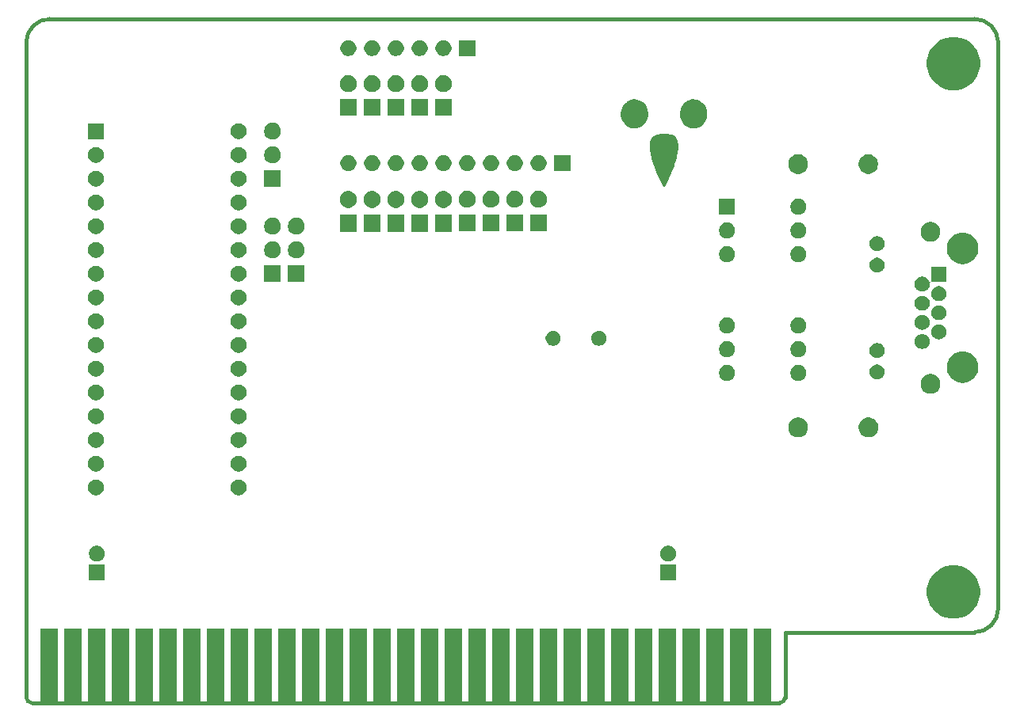
<source format=gbr>
%TF.GenerationSoftware,KiCad,Pcbnew,(5.1.6)-1*%
%TF.CreationDate,2020-12-22T22:51:50+03:00*%
%TF.ProjectId,RTL8019,52544c38-3031-4392-9e6b-696361645f70,rev?*%
%TF.SameCoordinates,Original*%
%TF.FileFunction,Soldermask,Bot*%
%TF.FilePolarity,Negative*%
%FSLAX46Y46*%
G04 Gerber Fmt 4.6, Leading zero omitted, Abs format (unit mm)*
G04 Created by KiCad (PCBNEW (5.1.6)-1) date 2020-12-22 22:51:50*
%MOMM*%
%LPD*%
G01*
G04 APERTURE LIST*
%TA.AperFunction,Profile*%
%ADD10C,0.381000*%
%TD*%
%ADD11C,0.150000*%
%ADD12C,0.155000*%
G04 APERTURE END LIST*
D10*
X133420000Y-123775000D02*
X133420000Y-53784500D01*
X214510000Y-116840000D02*
X214510000Y-123775000D01*
X135960000Y-51244500D02*
X234720000Y-51244500D01*
X237260000Y-53784500D02*
X237260000Y-114300000D01*
X214510000Y-116840000D02*
X234720000Y-116840000D01*
X237260000Y-53784500D02*
G75*
G03*
X234720000Y-51244500I-2540000J0D01*
G01*
X135960000Y-51244500D02*
G75*
G03*
X133420000Y-53784500I0J-2540000D01*
G01*
X234720000Y-116840000D02*
G75*
G03*
X237260000Y-114300000I0J2540000D01*
G01*
X133420000Y-123775000D02*
G75*
G03*
X134055000Y-124410000I635000J0D01*
G01*
X134055000Y-124410000D02*
X213875000Y-124410000D01*
X213875000Y-124410000D02*
G75*
G03*
X214510000Y-123775000I0J635000D01*
G01*
D11*
%TO.C,REF\u002A\u002A*%
G36*
X204402994Y-59966882D02*
G01*
X204166669Y-60053878D01*
X203948814Y-60184503D01*
X203755523Y-60354486D01*
X203592889Y-60559554D01*
X203467004Y-60795437D01*
X203398153Y-60998426D01*
X203369630Y-61161456D01*
X203357177Y-61354042D01*
X203360830Y-61552362D01*
X203380622Y-61732595D01*
X203396965Y-61809963D01*
X203489612Y-62067708D01*
X203622868Y-62298130D01*
X203790707Y-62497102D01*
X203987100Y-62660495D01*
X204206023Y-62784180D01*
X204441448Y-62864031D01*
X204687349Y-62895918D01*
X204937699Y-62875715D01*
X204949495Y-62873410D01*
X205211285Y-62792940D01*
X205449629Y-62663872D01*
X205659018Y-62491129D01*
X205833944Y-62279629D01*
X205968899Y-62034295D01*
X206011577Y-61924553D01*
X206041968Y-61827104D01*
X206061578Y-61734782D01*
X206072494Y-61630630D01*
X206076802Y-61497690D01*
X206077066Y-61392364D01*
X206075053Y-61239276D01*
X206068807Y-61126208D01*
X206055937Y-61036762D01*
X206034054Y-60954544D01*
X206000764Y-60863159D01*
X205999366Y-60859601D01*
X205869243Y-60597689D01*
X205701730Y-60373586D01*
X205500944Y-60190755D01*
X205271003Y-60052657D01*
X205016025Y-59962755D01*
X204906683Y-59940865D01*
X204651696Y-59927787D01*
X204402994Y-59966882D01*
G37*
X204402994Y-59966882D02*
X204166669Y-60053878D01*
X203948814Y-60184503D01*
X203755523Y-60354486D01*
X203592889Y-60559554D01*
X203467004Y-60795437D01*
X203398153Y-60998426D01*
X203369630Y-61161456D01*
X203357177Y-61354042D01*
X203360830Y-61552362D01*
X203380622Y-61732595D01*
X203396965Y-61809963D01*
X203489612Y-62067708D01*
X203622868Y-62298130D01*
X203790707Y-62497102D01*
X203987100Y-62660495D01*
X204206023Y-62784180D01*
X204441448Y-62864031D01*
X204687349Y-62895918D01*
X204937699Y-62875715D01*
X204949495Y-62873410D01*
X205211285Y-62792940D01*
X205449629Y-62663872D01*
X205659018Y-62491129D01*
X205833944Y-62279629D01*
X205968899Y-62034295D01*
X206011577Y-61924553D01*
X206041968Y-61827104D01*
X206061578Y-61734782D01*
X206072494Y-61630630D01*
X206076802Y-61497690D01*
X206077066Y-61392364D01*
X206075053Y-61239276D01*
X206068807Y-61126208D01*
X206055937Y-61036762D01*
X206034054Y-60954544D01*
X206000764Y-60863159D01*
X205999366Y-60859601D01*
X205869243Y-60597689D01*
X205701730Y-60373586D01*
X205500944Y-60190755D01*
X205271003Y-60052657D01*
X205016025Y-59962755D01*
X204906683Y-59940865D01*
X204651696Y-59927787D01*
X204402994Y-59966882D01*
G36*
X201321379Y-63652339D02*
G01*
X201127865Y-63657940D01*
X200973817Y-63669578D01*
X200850763Y-63689235D01*
X200750234Y-63718892D01*
X200663758Y-63760530D01*
X200582866Y-63816131D01*
X200499087Y-63887677D01*
X200481636Y-63903706D01*
X200333175Y-64066947D01*
X200241587Y-64222166D01*
X200171229Y-64438149D01*
X200133750Y-64696251D01*
X200128630Y-64993084D01*
X200155353Y-65325263D01*
X200213397Y-65689401D01*
X200302245Y-66082114D01*
X200421378Y-66500015D01*
X200570276Y-66939719D01*
X200716187Y-67319031D01*
X200850861Y-67647236D01*
X200979550Y-67952259D01*
X201100287Y-68229819D01*
X201211103Y-68475636D01*
X201310030Y-68685431D01*
X201395101Y-68854924D01*
X201464348Y-68979833D01*
X201513510Y-69053091D01*
X201569351Y-69122041D01*
X201648688Y-68996647D01*
X201715527Y-68880096D01*
X201799638Y-68714276D01*
X201901401Y-68498368D01*
X202021195Y-68231548D01*
X202159400Y-67912998D01*
X202267762Y-67657698D01*
X202381944Y-67383971D01*
X202476307Y-67150825D01*
X202554624Y-66947563D01*
X202620668Y-66763488D01*
X202678215Y-66587903D01*
X202731036Y-66410111D01*
X202782906Y-66219416D01*
X202804294Y-66136891D01*
X202875344Y-65843134D01*
X202927119Y-65587502D01*
X202961698Y-65355869D01*
X202981160Y-65134112D01*
X202987587Y-64908105D01*
X202987602Y-64891920D01*
X202979108Y-64640808D01*
X202951642Y-64433946D01*
X202901689Y-64261296D01*
X202825734Y-64112821D01*
X202720261Y-63978485D01*
X202639883Y-63899154D01*
X202553215Y-63824691D01*
X202469788Y-63766568D01*
X202381069Y-63722818D01*
X202278525Y-63691474D01*
X202153621Y-63670567D01*
X201997824Y-63658131D01*
X201802601Y-63652196D01*
X201562828Y-63650794D01*
X201321379Y-63652339D01*
G37*
X201321379Y-63652339D02*
X201127865Y-63657940D01*
X200973817Y-63669578D01*
X200850763Y-63689235D01*
X200750234Y-63718892D01*
X200663758Y-63760530D01*
X200582866Y-63816131D01*
X200499087Y-63887677D01*
X200481636Y-63903706D01*
X200333175Y-64066947D01*
X200241587Y-64222166D01*
X200171229Y-64438149D01*
X200133750Y-64696251D01*
X200128630Y-64993084D01*
X200155353Y-65325263D01*
X200213397Y-65689401D01*
X200302245Y-66082114D01*
X200421378Y-66500015D01*
X200570276Y-66939719D01*
X200716187Y-67319031D01*
X200850861Y-67647236D01*
X200979550Y-67952259D01*
X201100287Y-68229819D01*
X201211103Y-68475636D01*
X201310030Y-68685431D01*
X201395101Y-68854924D01*
X201464348Y-68979833D01*
X201513510Y-69053091D01*
X201569351Y-69122041D01*
X201648688Y-68996647D01*
X201715527Y-68880096D01*
X201799638Y-68714276D01*
X201901401Y-68498368D01*
X202021195Y-68231548D01*
X202159400Y-67912998D01*
X202267762Y-67657698D01*
X202381944Y-67383971D01*
X202476307Y-67150825D01*
X202554624Y-66947563D01*
X202620668Y-66763488D01*
X202678215Y-66587903D01*
X202731036Y-66410111D01*
X202782906Y-66219416D01*
X202804294Y-66136891D01*
X202875344Y-65843134D01*
X202927119Y-65587502D01*
X202961698Y-65355869D01*
X202981160Y-65134112D01*
X202987587Y-64908105D01*
X202987602Y-64891920D01*
X202979108Y-64640808D01*
X202951642Y-64433946D01*
X202901689Y-64261296D01*
X202825734Y-64112821D01*
X202720261Y-63978485D01*
X202639883Y-63899154D01*
X202553215Y-63824691D01*
X202469788Y-63766568D01*
X202381069Y-63722818D01*
X202278525Y-63691474D01*
X202153621Y-63670567D01*
X201997824Y-63658131D01*
X201802601Y-63652196D01*
X201562828Y-63650794D01*
X201321379Y-63652339D01*
G36*
X198121479Y-59962198D02*
G01*
X197860686Y-60053806D01*
X197827124Y-60069697D01*
X197599938Y-60209728D01*
X197410211Y-60385816D01*
X197258457Y-60591345D01*
X197145191Y-60819698D01*
X197070926Y-61064259D01*
X197036177Y-61318412D01*
X197041458Y-61575540D01*
X197087282Y-61829028D01*
X197174163Y-62072259D01*
X197302616Y-62298616D01*
X197473155Y-62501484D01*
X197627948Y-62633475D01*
X197837846Y-62757058D01*
X198073176Y-62842579D01*
X198318833Y-62886550D01*
X198559712Y-62885482D01*
X198655653Y-62870799D01*
X198900119Y-62793275D01*
X199127097Y-62666902D01*
X199329984Y-62498214D01*
X199502174Y-62293746D01*
X199637063Y-62060035D01*
X199726008Y-61811624D01*
X199755394Y-61644439D01*
X199768148Y-61450713D01*
X199764178Y-61253846D01*
X199743396Y-61077238D01*
X199729080Y-61012644D01*
X199636467Y-60755600D01*
X199504343Y-60521494D01*
X199339570Y-60320330D01*
X199149011Y-60162117D01*
X199143119Y-60158238D01*
X198893628Y-60025038D01*
X198639294Y-59947904D01*
X198381463Y-59926927D01*
X198121479Y-59962198D01*
G37*
X198121479Y-59962198D02*
X197860686Y-60053806D01*
X197827124Y-60069697D01*
X197599938Y-60209728D01*
X197410211Y-60385816D01*
X197258457Y-60591345D01*
X197145191Y-60819698D01*
X197070926Y-61064259D01*
X197036177Y-61318412D01*
X197041458Y-61575540D01*
X197087282Y-61829028D01*
X197174163Y-62072259D01*
X197302616Y-62298616D01*
X197473155Y-62501484D01*
X197627948Y-62633475D01*
X197837846Y-62757058D01*
X198073176Y-62842579D01*
X198318833Y-62886550D01*
X198559712Y-62885482D01*
X198655653Y-62870799D01*
X198900119Y-62793275D01*
X199127097Y-62666902D01*
X199329984Y-62498214D01*
X199502174Y-62293746D01*
X199637063Y-62060035D01*
X199726008Y-61811624D01*
X199755394Y-61644439D01*
X199768148Y-61450713D01*
X199764178Y-61253846D01*
X199743396Y-61077238D01*
X199729080Y-61012644D01*
X199636467Y-60755600D01*
X199504343Y-60521494D01*
X199339570Y-60320330D01*
X199149011Y-60162117D01*
X199143119Y-60158238D01*
X198893628Y-60025038D01*
X198639294Y-59947904D01*
X198381463Y-59926927D01*
X198121479Y-59962198D01*
D12*
G36*
X139369800Y-124206000D02*
G01*
X137490200Y-124206000D01*
X137490200Y-116484400D01*
X139369800Y-116484400D01*
X139369800Y-124206000D01*
G37*
G36*
X190169800Y-124206000D02*
G01*
X188290200Y-124206000D01*
X188290200Y-116484400D01*
X190169800Y-116484400D01*
X190169800Y-124206000D01*
G37*
G36*
X152069800Y-124206000D02*
G01*
X150190200Y-124206000D01*
X150190200Y-116484400D01*
X152069800Y-116484400D01*
X152069800Y-124206000D01*
G37*
G36*
X154609800Y-124206000D02*
G01*
X152730200Y-124206000D01*
X152730200Y-116484400D01*
X154609800Y-116484400D01*
X154609800Y-124206000D01*
G37*
G36*
X157149800Y-124206000D02*
G01*
X155270200Y-124206000D01*
X155270200Y-116484400D01*
X157149800Y-116484400D01*
X157149800Y-124206000D01*
G37*
G36*
X159689800Y-124206000D02*
G01*
X157810200Y-124206000D01*
X157810200Y-116484400D01*
X159689800Y-116484400D01*
X159689800Y-124206000D01*
G37*
G36*
X162229800Y-124206000D02*
G01*
X160350200Y-124206000D01*
X160350200Y-116484400D01*
X162229800Y-116484400D01*
X162229800Y-124206000D01*
G37*
G36*
X164769800Y-124206000D02*
G01*
X162890200Y-124206000D01*
X162890200Y-116484400D01*
X164769800Y-116484400D01*
X164769800Y-124206000D01*
G37*
G36*
X167309800Y-124206000D02*
G01*
X165430200Y-124206000D01*
X165430200Y-116484400D01*
X167309800Y-116484400D01*
X167309800Y-124206000D01*
G37*
G36*
X169849800Y-124206000D02*
G01*
X167970200Y-124206000D01*
X167970200Y-116484400D01*
X169849800Y-116484400D01*
X169849800Y-124206000D01*
G37*
G36*
X172389800Y-124206000D02*
G01*
X170510200Y-124206000D01*
X170510200Y-116484400D01*
X172389800Y-116484400D01*
X172389800Y-124206000D01*
G37*
G36*
X174929800Y-124206000D02*
G01*
X173050200Y-124206000D01*
X173050200Y-116484400D01*
X174929800Y-116484400D01*
X174929800Y-124206000D01*
G37*
G36*
X177469800Y-124206000D02*
G01*
X175590200Y-124206000D01*
X175590200Y-116484400D01*
X177469800Y-116484400D01*
X177469800Y-124206000D01*
G37*
G36*
X180009800Y-124206000D02*
G01*
X178130200Y-124206000D01*
X178130200Y-116484400D01*
X180009800Y-116484400D01*
X180009800Y-124206000D01*
G37*
G36*
X182549800Y-124206000D02*
G01*
X180670200Y-124206000D01*
X180670200Y-116484400D01*
X182549800Y-116484400D01*
X182549800Y-124206000D01*
G37*
G36*
X185089800Y-124206000D02*
G01*
X183210200Y-124206000D01*
X183210200Y-116484400D01*
X185089800Y-116484400D01*
X185089800Y-124206000D01*
G37*
G36*
X136829800Y-124206000D02*
G01*
X134950200Y-124206000D01*
X134950200Y-116484400D01*
X136829800Y-116484400D01*
X136829800Y-124206000D01*
G37*
G36*
X187629800Y-124206000D02*
G01*
X185750200Y-124206000D01*
X185750200Y-116484400D01*
X187629800Y-116484400D01*
X187629800Y-124206000D01*
G37*
G36*
X141909800Y-124206000D02*
G01*
X140030200Y-124206000D01*
X140030200Y-116484400D01*
X141909800Y-116484400D01*
X141909800Y-124206000D01*
G37*
G36*
X144449800Y-124206000D02*
G01*
X142570200Y-124206000D01*
X142570200Y-116484400D01*
X144449800Y-116484400D01*
X144449800Y-124206000D01*
G37*
G36*
X146989800Y-124206000D02*
G01*
X145110200Y-124206000D01*
X145110200Y-116484400D01*
X146989800Y-116484400D01*
X146989800Y-124206000D01*
G37*
G36*
X213029800Y-124206000D02*
G01*
X211150200Y-124206000D01*
X211150200Y-116484400D01*
X213029800Y-116484400D01*
X213029800Y-124206000D01*
G37*
G36*
X149529800Y-124206000D02*
G01*
X147650200Y-124206000D01*
X147650200Y-116484400D01*
X149529800Y-116484400D01*
X149529800Y-124206000D01*
G37*
G36*
X210489800Y-124206000D02*
G01*
X208610200Y-124206000D01*
X208610200Y-116484400D01*
X210489800Y-116484400D01*
X210489800Y-124206000D01*
G37*
G36*
X205409800Y-124206000D02*
G01*
X203530200Y-124206000D01*
X203530200Y-116484400D01*
X205409800Y-116484400D01*
X205409800Y-124206000D01*
G37*
G36*
X202869800Y-124206000D02*
G01*
X200990200Y-124206000D01*
X200990200Y-116484400D01*
X202869800Y-116484400D01*
X202869800Y-124206000D01*
G37*
G36*
X200329800Y-124206000D02*
G01*
X198450200Y-124206000D01*
X198450200Y-116484400D01*
X200329800Y-116484400D01*
X200329800Y-124206000D01*
G37*
G36*
X197789800Y-124206000D02*
G01*
X195910200Y-124206000D01*
X195910200Y-116484400D01*
X197789800Y-116484400D01*
X197789800Y-124206000D01*
G37*
G36*
X195249800Y-124206000D02*
G01*
X193370200Y-124206000D01*
X193370200Y-116484400D01*
X195249800Y-116484400D01*
X195249800Y-124206000D01*
G37*
G36*
X192709800Y-124206000D02*
G01*
X190830200Y-124206000D01*
X190830200Y-116484400D01*
X192709800Y-116484400D01*
X192709800Y-124206000D01*
G37*
G36*
X207949800Y-124206000D02*
G01*
X206070200Y-124206000D01*
X206070200Y-116484400D01*
X207949800Y-116484400D01*
X207949800Y-124206000D01*
G37*
G36*
X233317748Y-109785954D02*
G01*
X233836560Y-110000854D01*
X234303479Y-110312839D01*
X234700561Y-110709921D01*
X235012546Y-111176840D01*
X235227446Y-111695652D01*
X235337000Y-112246421D01*
X235337000Y-112807979D01*
X235227446Y-113358748D01*
X235012546Y-113877560D01*
X234700561Y-114344479D01*
X234303479Y-114741561D01*
X233836560Y-115053546D01*
X233317748Y-115268446D01*
X232766979Y-115378000D01*
X232205421Y-115378000D01*
X231654652Y-115268446D01*
X231135840Y-115053546D01*
X230668921Y-114741561D01*
X230271839Y-114344479D01*
X229959854Y-113877560D01*
X229744954Y-113358748D01*
X229635400Y-112807979D01*
X229635400Y-112246421D01*
X229744954Y-111695652D01*
X229959854Y-111176840D01*
X230271839Y-110709921D01*
X230668921Y-110312839D01*
X231135840Y-110000854D01*
X231654652Y-109785954D01*
X232205421Y-109676400D01*
X232766979Y-109676400D01*
X233317748Y-109785954D01*
G37*
G36*
X141820800Y-111290000D02*
G01*
X140119200Y-111290000D01*
X140119200Y-109588400D01*
X141820800Y-109588400D01*
X141820800Y-111290000D01*
G37*
G36*
X202854460Y-111285940D02*
G01*
X201152860Y-111285940D01*
X201152860Y-109584340D01*
X202854460Y-109584340D01*
X202854460Y-111285940D01*
G37*
G36*
X141218169Y-107621095D02*
G01*
X141373005Y-107685231D01*
X141512354Y-107778340D01*
X141630860Y-107896846D01*
X141723969Y-108036195D01*
X141788105Y-108191031D01*
X141820800Y-108355403D01*
X141820800Y-108522997D01*
X141788105Y-108687369D01*
X141723969Y-108842205D01*
X141630860Y-108981554D01*
X141512354Y-109100060D01*
X141373005Y-109193169D01*
X141218169Y-109257305D01*
X141053797Y-109290000D01*
X140886203Y-109290000D01*
X140721831Y-109257305D01*
X140566995Y-109193169D01*
X140427646Y-109100060D01*
X140309140Y-108981554D01*
X140216031Y-108842205D01*
X140151895Y-108687369D01*
X140119200Y-108522997D01*
X140119200Y-108355403D01*
X140151895Y-108191031D01*
X140216031Y-108036195D01*
X140309140Y-107896846D01*
X140427646Y-107778340D01*
X140566995Y-107685231D01*
X140721831Y-107621095D01*
X140886203Y-107588400D01*
X141053797Y-107588400D01*
X141218169Y-107621095D01*
G37*
G36*
X202251829Y-107617035D02*
G01*
X202406665Y-107681171D01*
X202546014Y-107774280D01*
X202664520Y-107892786D01*
X202757629Y-108032135D01*
X202821765Y-108186971D01*
X202854460Y-108351343D01*
X202854460Y-108518937D01*
X202821765Y-108683309D01*
X202757629Y-108838145D01*
X202664520Y-108977494D01*
X202546014Y-109096000D01*
X202406665Y-109189109D01*
X202251829Y-109253245D01*
X202087457Y-109285940D01*
X201919863Y-109285940D01*
X201755491Y-109253245D01*
X201600655Y-109189109D01*
X201461306Y-109096000D01*
X201342800Y-108977494D01*
X201249691Y-108838145D01*
X201185555Y-108683309D01*
X201152860Y-108518937D01*
X201152860Y-108351343D01*
X201185555Y-108186971D01*
X201249691Y-108032135D01*
X201342800Y-107892786D01*
X201461306Y-107774280D01*
X201600655Y-107681171D01*
X201755491Y-107617035D01*
X201919863Y-107584340D01*
X202087457Y-107584340D01*
X202251829Y-107617035D01*
G37*
G36*
X141116569Y-100527895D02*
G01*
X141271405Y-100592031D01*
X141410754Y-100685140D01*
X141529260Y-100803646D01*
X141622369Y-100942995D01*
X141686505Y-101097831D01*
X141719200Y-101262203D01*
X141719200Y-101429797D01*
X141686505Y-101594169D01*
X141622369Y-101749005D01*
X141529260Y-101888354D01*
X141410754Y-102006860D01*
X141271405Y-102099969D01*
X141116569Y-102164105D01*
X140952197Y-102196800D01*
X140784603Y-102196800D01*
X140620231Y-102164105D01*
X140465395Y-102099969D01*
X140326046Y-102006860D01*
X140207540Y-101888354D01*
X140114431Y-101749005D01*
X140050295Y-101594169D01*
X140017600Y-101429797D01*
X140017600Y-101262203D01*
X140050295Y-101097831D01*
X140114431Y-100942995D01*
X140207540Y-100803646D01*
X140326046Y-100685140D01*
X140465395Y-100592031D01*
X140620231Y-100527895D01*
X140784603Y-100495200D01*
X140952197Y-100495200D01*
X141116569Y-100527895D01*
G37*
G36*
X156356569Y-100527895D02*
G01*
X156511405Y-100592031D01*
X156650754Y-100685140D01*
X156769260Y-100803646D01*
X156862369Y-100942995D01*
X156926505Y-101097831D01*
X156959200Y-101262203D01*
X156959200Y-101429797D01*
X156926505Y-101594169D01*
X156862369Y-101749005D01*
X156769260Y-101888354D01*
X156650754Y-102006860D01*
X156511405Y-102099969D01*
X156356569Y-102164105D01*
X156192197Y-102196800D01*
X156024603Y-102196800D01*
X155860231Y-102164105D01*
X155705395Y-102099969D01*
X155566046Y-102006860D01*
X155447540Y-101888354D01*
X155354431Y-101749005D01*
X155290295Y-101594169D01*
X155257600Y-101429797D01*
X155257600Y-101262203D01*
X155290295Y-101097831D01*
X155354431Y-100942995D01*
X155447540Y-100803646D01*
X155566046Y-100685140D01*
X155705395Y-100592031D01*
X155860231Y-100527895D01*
X156024603Y-100495200D01*
X156192197Y-100495200D01*
X156356569Y-100527895D01*
G37*
G36*
X141116569Y-97987895D02*
G01*
X141271405Y-98052031D01*
X141410754Y-98145140D01*
X141529260Y-98263646D01*
X141622369Y-98402995D01*
X141686505Y-98557831D01*
X141719200Y-98722203D01*
X141719200Y-98889797D01*
X141686505Y-99054169D01*
X141622369Y-99209005D01*
X141529260Y-99348354D01*
X141410754Y-99466860D01*
X141271405Y-99559969D01*
X141116569Y-99624105D01*
X140952197Y-99656800D01*
X140784603Y-99656800D01*
X140620231Y-99624105D01*
X140465395Y-99559969D01*
X140326046Y-99466860D01*
X140207540Y-99348354D01*
X140114431Y-99209005D01*
X140050295Y-99054169D01*
X140017600Y-98889797D01*
X140017600Y-98722203D01*
X140050295Y-98557831D01*
X140114431Y-98402995D01*
X140207540Y-98263646D01*
X140326046Y-98145140D01*
X140465395Y-98052031D01*
X140620231Y-97987895D01*
X140784603Y-97955200D01*
X140952197Y-97955200D01*
X141116569Y-97987895D01*
G37*
G36*
X156356569Y-97987895D02*
G01*
X156511405Y-98052031D01*
X156650754Y-98145140D01*
X156769260Y-98263646D01*
X156862369Y-98402995D01*
X156926505Y-98557831D01*
X156959200Y-98722203D01*
X156959200Y-98889797D01*
X156926505Y-99054169D01*
X156862369Y-99209005D01*
X156769260Y-99348354D01*
X156650754Y-99466860D01*
X156511405Y-99559969D01*
X156356569Y-99624105D01*
X156192197Y-99656800D01*
X156024603Y-99656800D01*
X155860231Y-99624105D01*
X155705395Y-99559969D01*
X155566046Y-99466860D01*
X155447540Y-99348354D01*
X155354431Y-99209005D01*
X155290295Y-99054169D01*
X155257600Y-98889797D01*
X155257600Y-98722203D01*
X155290295Y-98557831D01*
X155354431Y-98402995D01*
X155447540Y-98263646D01*
X155566046Y-98145140D01*
X155705395Y-98052031D01*
X155860231Y-97987895D01*
X156024603Y-97955200D01*
X156192197Y-97955200D01*
X156356569Y-97987895D01*
G37*
G36*
X141116569Y-95447895D02*
G01*
X141271405Y-95512031D01*
X141410754Y-95605140D01*
X141529260Y-95723646D01*
X141622369Y-95862995D01*
X141686505Y-96017831D01*
X141719200Y-96182203D01*
X141719200Y-96349797D01*
X141686505Y-96514169D01*
X141622369Y-96669005D01*
X141529260Y-96808354D01*
X141410754Y-96926860D01*
X141271405Y-97019969D01*
X141116569Y-97084105D01*
X140952197Y-97116800D01*
X140784603Y-97116800D01*
X140620231Y-97084105D01*
X140465395Y-97019969D01*
X140326046Y-96926860D01*
X140207540Y-96808354D01*
X140114431Y-96669005D01*
X140050295Y-96514169D01*
X140017600Y-96349797D01*
X140017600Y-96182203D01*
X140050295Y-96017831D01*
X140114431Y-95862995D01*
X140207540Y-95723646D01*
X140326046Y-95605140D01*
X140465395Y-95512031D01*
X140620231Y-95447895D01*
X140784603Y-95415200D01*
X140952197Y-95415200D01*
X141116569Y-95447895D01*
G37*
G36*
X156356569Y-95447895D02*
G01*
X156511405Y-95512031D01*
X156650754Y-95605140D01*
X156769260Y-95723646D01*
X156862369Y-95862995D01*
X156926505Y-96017831D01*
X156959200Y-96182203D01*
X156959200Y-96349797D01*
X156926505Y-96514169D01*
X156862369Y-96669005D01*
X156769260Y-96808354D01*
X156650754Y-96926860D01*
X156511405Y-97019969D01*
X156356569Y-97084105D01*
X156192197Y-97116800D01*
X156024603Y-97116800D01*
X155860231Y-97084105D01*
X155705395Y-97019969D01*
X155566046Y-96926860D01*
X155447540Y-96808354D01*
X155354431Y-96669005D01*
X155290295Y-96514169D01*
X155257600Y-96349797D01*
X155257600Y-96182203D01*
X155290295Y-96017831D01*
X155354431Y-95862995D01*
X155447540Y-95723646D01*
X155566046Y-95605140D01*
X155705395Y-95512031D01*
X155860231Y-95447895D01*
X156024603Y-95415200D01*
X156192197Y-95415200D01*
X156356569Y-95447895D01*
G37*
G36*
X216193807Y-93922082D02*
G01*
X216385040Y-94001293D01*
X216557146Y-94116291D01*
X216703509Y-94262654D01*
X216818507Y-94434760D01*
X216897718Y-94625993D01*
X216938100Y-94829005D01*
X216938100Y-95035995D01*
X216897718Y-95239007D01*
X216818507Y-95430240D01*
X216703509Y-95602346D01*
X216557146Y-95748709D01*
X216385040Y-95863707D01*
X216193807Y-95942918D01*
X215990795Y-95983300D01*
X215783805Y-95983300D01*
X215580793Y-95942918D01*
X215389560Y-95863707D01*
X215217454Y-95748709D01*
X215071091Y-95602346D01*
X214956093Y-95430240D01*
X214876882Y-95239007D01*
X214836500Y-95035995D01*
X214836500Y-94829005D01*
X214876882Y-94625993D01*
X214956093Y-94434760D01*
X215071091Y-94262654D01*
X215217454Y-94116291D01*
X215389560Y-94001293D01*
X215580793Y-93922082D01*
X215783805Y-93881700D01*
X215990795Y-93881700D01*
X216193807Y-93922082D01*
G37*
G36*
X223693807Y-93922082D02*
G01*
X223885040Y-94001293D01*
X224057146Y-94116291D01*
X224203509Y-94262654D01*
X224318507Y-94434760D01*
X224397718Y-94625993D01*
X224438100Y-94829005D01*
X224438100Y-95035995D01*
X224397718Y-95239007D01*
X224318507Y-95430240D01*
X224203509Y-95602346D01*
X224057146Y-95748709D01*
X223885040Y-95863707D01*
X223693807Y-95942918D01*
X223490795Y-95983300D01*
X223283805Y-95983300D01*
X223080793Y-95942918D01*
X222889560Y-95863707D01*
X222717454Y-95748709D01*
X222571091Y-95602346D01*
X222456093Y-95430240D01*
X222376882Y-95239007D01*
X222336500Y-95035995D01*
X222336500Y-94829005D01*
X222376882Y-94625993D01*
X222456093Y-94434760D01*
X222571091Y-94262654D01*
X222717454Y-94116291D01*
X222889560Y-94001293D01*
X223080793Y-93922082D01*
X223283805Y-93881700D01*
X223490795Y-93881700D01*
X223693807Y-93922082D01*
G37*
G36*
X156356569Y-92907895D02*
G01*
X156511405Y-92972031D01*
X156650754Y-93065140D01*
X156769260Y-93183646D01*
X156862369Y-93322995D01*
X156926505Y-93477831D01*
X156959200Y-93642203D01*
X156959200Y-93809797D01*
X156926505Y-93974169D01*
X156862369Y-94129005D01*
X156769260Y-94268354D01*
X156650754Y-94386860D01*
X156511405Y-94479969D01*
X156356569Y-94544105D01*
X156192197Y-94576800D01*
X156024603Y-94576800D01*
X155860231Y-94544105D01*
X155705395Y-94479969D01*
X155566046Y-94386860D01*
X155447540Y-94268354D01*
X155354431Y-94129005D01*
X155290295Y-93974169D01*
X155257600Y-93809797D01*
X155257600Y-93642203D01*
X155290295Y-93477831D01*
X155354431Y-93322995D01*
X155447540Y-93183646D01*
X155566046Y-93065140D01*
X155705395Y-92972031D01*
X155860231Y-92907895D01*
X156024603Y-92875200D01*
X156192197Y-92875200D01*
X156356569Y-92907895D01*
G37*
G36*
X141116569Y-92907895D02*
G01*
X141271405Y-92972031D01*
X141410754Y-93065140D01*
X141529260Y-93183646D01*
X141622369Y-93322995D01*
X141686505Y-93477831D01*
X141719200Y-93642203D01*
X141719200Y-93809797D01*
X141686505Y-93974169D01*
X141622369Y-94129005D01*
X141529260Y-94268354D01*
X141410754Y-94386860D01*
X141271405Y-94479969D01*
X141116569Y-94544105D01*
X140952197Y-94576800D01*
X140784603Y-94576800D01*
X140620231Y-94544105D01*
X140465395Y-94479969D01*
X140326046Y-94386860D01*
X140207540Y-94268354D01*
X140114431Y-94129005D01*
X140050295Y-93974169D01*
X140017600Y-93809797D01*
X140017600Y-93642203D01*
X140050295Y-93477831D01*
X140114431Y-93322995D01*
X140207540Y-93183646D01*
X140326046Y-93065140D01*
X140465395Y-92972031D01*
X140620231Y-92907895D01*
X140784603Y-92875200D01*
X140952197Y-92875200D01*
X141116569Y-92907895D01*
G37*
G36*
X156356569Y-90367895D02*
G01*
X156511405Y-90432031D01*
X156650754Y-90525140D01*
X156769260Y-90643646D01*
X156862369Y-90782995D01*
X156926505Y-90937831D01*
X156959200Y-91102203D01*
X156959200Y-91269797D01*
X156926505Y-91434169D01*
X156862369Y-91589005D01*
X156769260Y-91728354D01*
X156650754Y-91846860D01*
X156511405Y-91939969D01*
X156356569Y-92004105D01*
X156192197Y-92036800D01*
X156024603Y-92036800D01*
X155860231Y-92004105D01*
X155705395Y-91939969D01*
X155566046Y-91846860D01*
X155447540Y-91728354D01*
X155354431Y-91589005D01*
X155290295Y-91434169D01*
X155257600Y-91269797D01*
X155257600Y-91102203D01*
X155290295Y-90937831D01*
X155354431Y-90782995D01*
X155447540Y-90643646D01*
X155566046Y-90525140D01*
X155705395Y-90432031D01*
X155860231Y-90367895D01*
X156024603Y-90335200D01*
X156192197Y-90335200D01*
X156356569Y-90367895D01*
G37*
G36*
X141116569Y-90367895D02*
G01*
X141271405Y-90432031D01*
X141410754Y-90525140D01*
X141529260Y-90643646D01*
X141622369Y-90782995D01*
X141686505Y-90937831D01*
X141719200Y-91102203D01*
X141719200Y-91269797D01*
X141686505Y-91434169D01*
X141622369Y-91589005D01*
X141529260Y-91728354D01*
X141410754Y-91846860D01*
X141271405Y-91939969D01*
X141116569Y-92004105D01*
X140952197Y-92036800D01*
X140784603Y-92036800D01*
X140620231Y-92004105D01*
X140465395Y-91939969D01*
X140326046Y-91846860D01*
X140207540Y-91728354D01*
X140114431Y-91589005D01*
X140050295Y-91434169D01*
X140017600Y-91269797D01*
X140017600Y-91102203D01*
X140050295Y-90937831D01*
X140114431Y-90782995D01*
X140207540Y-90643646D01*
X140326046Y-90525140D01*
X140465395Y-90432031D01*
X140620231Y-90367895D01*
X140784603Y-90335200D01*
X140952197Y-90335200D01*
X141116569Y-90367895D01*
G37*
G36*
X230327907Y-89267182D02*
G01*
X230519140Y-89346393D01*
X230691246Y-89461391D01*
X230837609Y-89607754D01*
X230952607Y-89779860D01*
X231031818Y-89971093D01*
X231072200Y-90174105D01*
X231072200Y-90381095D01*
X231031818Y-90584107D01*
X230952607Y-90775340D01*
X230837609Y-90947446D01*
X230691246Y-91093809D01*
X230519140Y-91208807D01*
X230327907Y-91288018D01*
X230124895Y-91328400D01*
X229917905Y-91328400D01*
X229714893Y-91288018D01*
X229523660Y-91208807D01*
X229351554Y-91093809D01*
X229205191Y-90947446D01*
X229090193Y-90775340D01*
X229010982Y-90584107D01*
X228970600Y-90381095D01*
X228970600Y-90174105D01*
X229010982Y-89971093D01*
X229090193Y-89779860D01*
X229205191Y-89607754D01*
X229351554Y-89461391D01*
X229523660Y-89346393D01*
X229714893Y-89267182D01*
X229917905Y-89226800D01*
X230124895Y-89226800D01*
X230327907Y-89267182D01*
G37*
G36*
X233778332Y-86854000D02*
G01*
X233940214Y-86886201D01*
X234245188Y-87012525D01*
X234519660Y-87195922D01*
X234753078Y-87429340D01*
X234936475Y-87703812D01*
X235053005Y-87985141D01*
X235062799Y-88008787D01*
X235109387Y-88242995D01*
X235127200Y-88332549D01*
X235127200Y-88662651D01*
X235062799Y-88986414D01*
X234936475Y-89291388D01*
X234753078Y-89565860D01*
X234519660Y-89799278D01*
X234245188Y-89982675D01*
X233940214Y-90108999D01*
X233778333Y-90141199D01*
X233616452Y-90173400D01*
X233286348Y-90173400D01*
X233124468Y-90141200D01*
X232962586Y-90108999D01*
X232657612Y-89982675D01*
X232383140Y-89799278D01*
X232149722Y-89565860D01*
X231966325Y-89291388D01*
X231840001Y-88986414D01*
X231775600Y-88662651D01*
X231775600Y-88332549D01*
X231793414Y-88242995D01*
X231840001Y-88008787D01*
X231849795Y-87985141D01*
X231966325Y-87703812D01*
X232149722Y-87429340D01*
X232383140Y-87195922D01*
X232657612Y-87012525D01*
X232962586Y-86886201D01*
X233124468Y-86854000D01*
X233286348Y-86821800D01*
X233616452Y-86821800D01*
X233778332Y-86854000D01*
G37*
G36*
X216148169Y-88295255D02*
G01*
X216303005Y-88359391D01*
X216442354Y-88452500D01*
X216560860Y-88571006D01*
X216653969Y-88710355D01*
X216718105Y-88865191D01*
X216750800Y-89029563D01*
X216750800Y-89197157D01*
X216718105Y-89361529D01*
X216653969Y-89516365D01*
X216560860Y-89655714D01*
X216442354Y-89774220D01*
X216303005Y-89867329D01*
X216148169Y-89931465D01*
X215983797Y-89964160D01*
X215816203Y-89964160D01*
X215651831Y-89931465D01*
X215496995Y-89867329D01*
X215357646Y-89774220D01*
X215239140Y-89655714D01*
X215146031Y-89516365D01*
X215081895Y-89361529D01*
X215049200Y-89197157D01*
X215049200Y-89029563D01*
X215081895Y-88865191D01*
X215146031Y-88710355D01*
X215239140Y-88571006D01*
X215357646Y-88452500D01*
X215496995Y-88359391D01*
X215651831Y-88295255D01*
X215816203Y-88262560D01*
X215983797Y-88262560D01*
X216148169Y-88295255D01*
G37*
G36*
X208528169Y-88295255D02*
G01*
X208683005Y-88359391D01*
X208822354Y-88452500D01*
X208940860Y-88571006D01*
X209033969Y-88710355D01*
X209098105Y-88865191D01*
X209130800Y-89029563D01*
X209130800Y-89197157D01*
X209098105Y-89361529D01*
X209033969Y-89516365D01*
X208940860Y-89655714D01*
X208822354Y-89774220D01*
X208683005Y-89867329D01*
X208528169Y-89931465D01*
X208363797Y-89964160D01*
X208196203Y-89964160D01*
X208031831Y-89931465D01*
X207876995Y-89867329D01*
X207737646Y-89774220D01*
X207619140Y-89655714D01*
X207526031Y-89516365D01*
X207461895Y-89361529D01*
X207429200Y-89197157D01*
X207429200Y-89029563D01*
X207461895Y-88865191D01*
X207526031Y-88710355D01*
X207619140Y-88571006D01*
X207737646Y-88452500D01*
X207876995Y-88359391D01*
X208031831Y-88295255D01*
X208196203Y-88262560D01*
X208363797Y-88262560D01*
X208528169Y-88295255D01*
G37*
G36*
X224544985Y-88237574D02*
G01*
X224605306Y-88262560D01*
X224690724Y-88297941D01*
X224782689Y-88359391D01*
X224821880Y-88385578D01*
X224933422Y-88497120D01*
X224933424Y-88497123D01*
X225021059Y-88628276D01*
X225021060Y-88628279D01*
X225081426Y-88774015D01*
X225112200Y-88928728D01*
X225112200Y-89086472D01*
X225081426Y-89241185D01*
X225054223Y-89306859D01*
X225021059Y-89386924D01*
X224947641Y-89496800D01*
X224933422Y-89518080D01*
X224821880Y-89629622D01*
X224821877Y-89629624D01*
X224690724Y-89717259D01*
X224648038Y-89734940D01*
X224544985Y-89777626D01*
X224390272Y-89808400D01*
X224232528Y-89808400D01*
X224077815Y-89777626D01*
X223974762Y-89734940D01*
X223932076Y-89717259D01*
X223800923Y-89629624D01*
X223800920Y-89629622D01*
X223689378Y-89518080D01*
X223675159Y-89496800D01*
X223601741Y-89386924D01*
X223568577Y-89306859D01*
X223541374Y-89241185D01*
X223510600Y-89086472D01*
X223510600Y-88928728D01*
X223541374Y-88774015D01*
X223601740Y-88628279D01*
X223601741Y-88628276D01*
X223689376Y-88497123D01*
X223689378Y-88497120D01*
X223800920Y-88385578D01*
X223840111Y-88359391D01*
X223932076Y-88297941D01*
X224017494Y-88262560D01*
X224077815Y-88237574D01*
X224232528Y-88206800D01*
X224390272Y-88206800D01*
X224544985Y-88237574D01*
G37*
G36*
X156356569Y-87827895D02*
G01*
X156511405Y-87892031D01*
X156650754Y-87985140D01*
X156769260Y-88103646D01*
X156862369Y-88242995D01*
X156926505Y-88397831D01*
X156959200Y-88562203D01*
X156959200Y-88729797D01*
X156926505Y-88894169D01*
X156862369Y-89049005D01*
X156769260Y-89188354D01*
X156650754Y-89306860D01*
X156511405Y-89399969D01*
X156356569Y-89464105D01*
X156192197Y-89496800D01*
X156024603Y-89496800D01*
X155860231Y-89464105D01*
X155705395Y-89399969D01*
X155566046Y-89306860D01*
X155447540Y-89188354D01*
X155354431Y-89049005D01*
X155290295Y-88894169D01*
X155257600Y-88729797D01*
X155257600Y-88562203D01*
X155290295Y-88397831D01*
X155354431Y-88242995D01*
X155447540Y-88103646D01*
X155566046Y-87985140D01*
X155705395Y-87892031D01*
X155860231Y-87827895D01*
X156024603Y-87795200D01*
X156192197Y-87795200D01*
X156356569Y-87827895D01*
G37*
G36*
X141116569Y-87827895D02*
G01*
X141271405Y-87892031D01*
X141410754Y-87985140D01*
X141529260Y-88103646D01*
X141622369Y-88242995D01*
X141686505Y-88397831D01*
X141719200Y-88562203D01*
X141719200Y-88729797D01*
X141686505Y-88894169D01*
X141622369Y-89049005D01*
X141529260Y-89188354D01*
X141410754Y-89306860D01*
X141271405Y-89399969D01*
X141116569Y-89464105D01*
X140952197Y-89496800D01*
X140784603Y-89496800D01*
X140620231Y-89464105D01*
X140465395Y-89399969D01*
X140326046Y-89306860D01*
X140207540Y-89188354D01*
X140114431Y-89049005D01*
X140050295Y-88894169D01*
X140017600Y-88729797D01*
X140017600Y-88562203D01*
X140050295Y-88397831D01*
X140114431Y-88242995D01*
X140207540Y-88103646D01*
X140326046Y-87985140D01*
X140465395Y-87892031D01*
X140620231Y-87827895D01*
X140784603Y-87795200D01*
X140952197Y-87795200D01*
X141116569Y-87827895D01*
G37*
G36*
X224544985Y-85947574D02*
G01*
X224648038Y-85990260D01*
X224690724Y-86007941D01*
X224821286Y-86095181D01*
X224821880Y-86095578D01*
X224933422Y-86207120D01*
X224933424Y-86207123D01*
X225021059Y-86338276D01*
X225025759Y-86349624D01*
X225081426Y-86484015D01*
X225112200Y-86638728D01*
X225112200Y-86796472D01*
X225081426Y-86951185D01*
X225038740Y-87054238D01*
X225021059Y-87096924D01*
X224933819Y-87227486D01*
X224933422Y-87228080D01*
X224821880Y-87339622D01*
X224821877Y-87339624D01*
X224690724Y-87427259D01*
X224648038Y-87444940D01*
X224544985Y-87487626D01*
X224390272Y-87518400D01*
X224232528Y-87518400D01*
X224077815Y-87487626D01*
X223974762Y-87444940D01*
X223932076Y-87427259D01*
X223800923Y-87339624D01*
X223800920Y-87339622D01*
X223689378Y-87228080D01*
X223688981Y-87227486D01*
X223601741Y-87096924D01*
X223584060Y-87054238D01*
X223541374Y-86951185D01*
X223510600Y-86796472D01*
X223510600Y-86638728D01*
X223541374Y-86484015D01*
X223597041Y-86349624D01*
X223601741Y-86338276D01*
X223689376Y-86207123D01*
X223689378Y-86207120D01*
X223800920Y-86095578D01*
X223801514Y-86095181D01*
X223932076Y-86007941D01*
X223974762Y-85990260D01*
X224077815Y-85947574D01*
X224232528Y-85916800D01*
X224390272Y-85916800D01*
X224544985Y-85947574D01*
G37*
G36*
X208528169Y-85755255D02*
G01*
X208683005Y-85819391D01*
X208822354Y-85912500D01*
X208940860Y-86031006D01*
X209033969Y-86170355D01*
X209098105Y-86325191D01*
X209130800Y-86489563D01*
X209130800Y-86657157D01*
X209098105Y-86821529D01*
X209033969Y-86976365D01*
X208940860Y-87115714D01*
X208822354Y-87234220D01*
X208683005Y-87327329D01*
X208528169Y-87391465D01*
X208363797Y-87424160D01*
X208196203Y-87424160D01*
X208031831Y-87391465D01*
X207876995Y-87327329D01*
X207737646Y-87234220D01*
X207619140Y-87115714D01*
X207526031Y-86976365D01*
X207461895Y-86821529D01*
X207429200Y-86657157D01*
X207429200Y-86489563D01*
X207461895Y-86325191D01*
X207526031Y-86170355D01*
X207619140Y-86031006D01*
X207737646Y-85912500D01*
X207876995Y-85819391D01*
X208031831Y-85755255D01*
X208196203Y-85722560D01*
X208363797Y-85722560D01*
X208528169Y-85755255D01*
G37*
G36*
X216148169Y-85755255D02*
G01*
X216303005Y-85819391D01*
X216442354Y-85912500D01*
X216560860Y-86031006D01*
X216653969Y-86170355D01*
X216718105Y-86325191D01*
X216750800Y-86489563D01*
X216750800Y-86657157D01*
X216718105Y-86821529D01*
X216653969Y-86976365D01*
X216560860Y-87115714D01*
X216442354Y-87234220D01*
X216303005Y-87327329D01*
X216148169Y-87391465D01*
X215983797Y-87424160D01*
X215816203Y-87424160D01*
X215651831Y-87391465D01*
X215496995Y-87327329D01*
X215357646Y-87234220D01*
X215239140Y-87115714D01*
X215146031Y-86976365D01*
X215081895Y-86821529D01*
X215049200Y-86657157D01*
X215049200Y-86489563D01*
X215081895Y-86325191D01*
X215146031Y-86170355D01*
X215239140Y-86031006D01*
X215357646Y-85912500D01*
X215496995Y-85819391D01*
X215651831Y-85755255D01*
X215816203Y-85722560D01*
X215983797Y-85722560D01*
X216148169Y-85755255D01*
G37*
G36*
X156356569Y-85287895D02*
G01*
X156511405Y-85352031D01*
X156650754Y-85445140D01*
X156769260Y-85563646D01*
X156862369Y-85702995D01*
X156926505Y-85857831D01*
X156959200Y-86022203D01*
X156959200Y-86189797D01*
X156926505Y-86354169D01*
X156862369Y-86509005D01*
X156769260Y-86648354D01*
X156650754Y-86766860D01*
X156511405Y-86859969D01*
X156356569Y-86924105D01*
X156192197Y-86956800D01*
X156024603Y-86956800D01*
X155860231Y-86924105D01*
X155705395Y-86859969D01*
X155566046Y-86766860D01*
X155447540Y-86648354D01*
X155354431Y-86509005D01*
X155290295Y-86354169D01*
X155257600Y-86189797D01*
X155257600Y-86022203D01*
X155290295Y-85857831D01*
X155354431Y-85702995D01*
X155447540Y-85563646D01*
X155566046Y-85445140D01*
X155705395Y-85352031D01*
X155860231Y-85287895D01*
X156024603Y-85255200D01*
X156192197Y-85255200D01*
X156356569Y-85287895D01*
G37*
G36*
X141116569Y-85287895D02*
G01*
X141271405Y-85352031D01*
X141410754Y-85445140D01*
X141529260Y-85563646D01*
X141622369Y-85702995D01*
X141686505Y-85857831D01*
X141719200Y-86022203D01*
X141719200Y-86189797D01*
X141686505Y-86354169D01*
X141622369Y-86509005D01*
X141529260Y-86648354D01*
X141410754Y-86766860D01*
X141271405Y-86859969D01*
X141116569Y-86924105D01*
X140952197Y-86956800D01*
X140784603Y-86956800D01*
X140620231Y-86924105D01*
X140465395Y-86859969D01*
X140326046Y-86766860D01*
X140207540Y-86648354D01*
X140114431Y-86509005D01*
X140050295Y-86354169D01*
X140017600Y-86189797D01*
X140017600Y-86022203D01*
X140050295Y-85857831D01*
X140114431Y-85702995D01*
X140207540Y-85563646D01*
X140326046Y-85445140D01*
X140465395Y-85352031D01*
X140620231Y-85287895D01*
X140784603Y-85255200D01*
X140952197Y-85255200D01*
X141116569Y-85287895D01*
G37*
G36*
X229364985Y-84957574D02*
G01*
X229468038Y-85000260D01*
X229510724Y-85017941D01*
X229641286Y-85105181D01*
X229641880Y-85105578D01*
X229753422Y-85217120D01*
X229753424Y-85217123D01*
X229841059Y-85348276D01*
X229841060Y-85348279D01*
X229901426Y-85494015D01*
X229932200Y-85648728D01*
X229932200Y-85806472D01*
X229901426Y-85961185D01*
X229876151Y-86022203D01*
X229841059Y-86106924D01*
X229774109Y-86207120D01*
X229753422Y-86238080D01*
X229641880Y-86349622D01*
X229641877Y-86349624D01*
X229510724Y-86437259D01*
X229468038Y-86454940D01*
X229364985Y-86497626D01*
X229210272Y-86528400D01*
X229052528Y-86528400D01*
X228897815Y-86497626D01*
X228794762Y-86454940D01*
X228752076Y-86437259D01*
X228620923Y-86349624D01*
X228620920Y-86349622D01*
X228509378Y-86238080D01*
X228488691Y-86207120D01*
X228421741Y-86106924D01*
X228386649Y-86022203D01*
X228361374Y-85961185D01*
X228330600Y-85806472D01*
X228330600Y-85648728D01*
X228361374Y-85494015D01*
X228421740Y-85348279D01*
X228421741Y-85348276D01*
X228509376Y-85217123D01*
X228509378Y-85217120D01*
X228620920Y-85105578D01*
X228621514Y-85105181D01*
X228752076Y-85017941D01*
X228794762Y-85000260D01*
X228897815Y-84957574D01*
X229052528Y-84926800D01*
X229210272Y-84926800D01*
X229364985Y-84957574D01*
G37*
G36*
X189946185Y-84624774D02*
G01*
X190049238Y-84667460D01*
X190091924Y-84685141D01*
X190222486Y-84772381D01*
X190223080Y-84772778D01*
X190334622Y-84884320D01*
X190334624Y-84884323D01*
X190422259Y-85015476D01*
X190423280Y-85017941D01*
X190482626Y-85161215D01*
X190513400Y-85315928D01*
X190513400Y-85473672D01*
X190482626Y-85628385D01*
X190474199Y-85648729D01*
X190422259Y-85774124D01*
X190335019Y-85904686D01*
X190334622Y-85905280D01*
X190223080Y-86016822D01*
X190223077Y-86016824D01*
X190091924Y-86104459D01*
X190049238Y-86122140D01*
X189946185Y-86164826D01*
X189791472Y-86195600D01*
X189633728Y-86195600D01*
X189479015Y-86164826D01*
X189375962Y-86122140D01*
X189333276Y-86104459D01*
X189202123Y-86016824D01*
X189202120Y-86016822D01*
X189090578Y-85905280D01*
X189090181Y-85904686D01*
X189002941Y-85774124D01*
X188951001Y-85648729D01*
X188942574Y-85628385D01*
X188911800Y-85473672D01*
X188911800Y-85315928D01*
X188942574Y-85161215D01*
X189001920Y-85017941D01*
X189002941Y-85015476D01*
X189090576Y-84884323D01*
X189090578Y-84884320D01*
X189202120Y-84772778D01*
X189202714Y-84772381D01*
X189333276Y-84685141D01*
X189375962Y-84667460D01*
X189479015Y-84624774D01*
X189633728Y-84594000D01*
X189791472Y-84594000D01*
X189946185Y-84624774D01*
G37*
G36*
X194826185Y-84624774D02*
G01*
X194929238Y-84667460D01*
X194971924Y-84685141D01*
X195102486Y-84772381D01*
X195103080Y-84772778D01*
X195214622Y-84884320D01*
X195214624Y-84884323D01*
X195302259Y-85015476D01*
X195303280Y-85017941D01*
X195362626Y-85161215D01*
X195393400Y-85315928D01*
X195393400Y-85473672D01*
X195362626Y-85628385D01*
X195354199Y-85648729D01*
X195302259Y-85774124D01*
X195215019Y-85904686D01*
X195214622Y-85905280D01*
X195103080Y-86016822D01*
X195103077Y-86016824D01*
X194971924Y-86104459D01*
X194929238Y-86122140D01*
X194826185Y-86164826D01*
X194671472Y-86195600D01*
X194513728Y-86195600D01*
X194359015Y-86164826D01*
X194255962Y-86122140D01*
X194213276Y-86104459D01*
X194082123Y-86016824D01*
X194082120Y-86016822D01*
X193970578Y-85905280D01*
X193970181Y-85904686D01*
X193882941Y-85774124D01*
X193831001Y-85648729D01*
X193822574Y-85628385D01*
X193791800Y-85473672D01*
X193791800Y-85315928D01*
X193822574Y-85161215D01*
X193881920Y-85017941D01*
X193882941Y-85015476D01*
X193970576Y-84884323D01*
X193970578Y-84884320D01*
X194082120Y-84772778D01*
X194082714Y-84772381D01*
X194213276Y-84685141D01*
X194255962Y-84667460D01*
X194359015Y-84624774D01*
X194513728Y-84594000D01*
X194671472Y-84594000D01*
X194826185Y-84624774D01*
G37*
G36*
X231144985Y-83937574D02*
G01*
X231220866Y-83969005D01*
X231290724Y-83997941D01*
X231421286Y-84085181D01*
X231421880Y-84085578D01*
X231533422Y-84197120D01*
X231533424Y-84197123D01*
X231621059Y-84328276D01*
X231621060Y-84328279D01*
X231681426Y-84474015D01*
X231712200Y-84628728D01*
X231712200Y-84786472D01*
X231681426Y-84941185D01*
X231638740Y-85044238D01*
X231621059Y-85086924D01*
X231534063Y-85217120D01*
X231533422Y-85218080D01*
X231421880Y-85329622D01*
X231421877Y-85329624D01*
X231290724Y-85417259D01*
X231248038Y-85434940D01*
X231144985Y-85477626D01*
X230990272Y-85508400D01*
X230832528Y-85508400D01*
X230677815Y-85477626D01*
X230574762Y-85434940D01*
X230532076Y-85417259D01*
X230400923Y-85329624D01*
X230400920Y-85329622D01*
X230289378Y-85218080D01*
X230288737Y-85217120D01*
X230201741Y-85086924D01*
X230184060Y-85044238D01*
X230141374Y-84941185D01*
X230110600Y-84786472D01*
X230110600Y-84628728D01*
X230141374Y-84474015D01*
X230201740Y-84328279D01*
X230201741Y-84328276D01*
X230289376Y-84197123D01*
X230289378Y-84197120D01*
X230400920Y-84085578D01*
X230401514Y-84085181D01*
X230532076Y-83997941D01*
X230601934Y-83969005D01*
X230677815Y-83937574D01*
X230832528Y-83906800D01*
X230990272Y-83906800D01*
X231144985Y-83937574D01*
G37*
G36*
X216148169Y-83215255D02*
G01*
X216303005Y-83279391D01*
X216442354Y-83372500D01*
X216560860Y-83491006D01*
X216653969Y-83630355D01*
X216718105Y-83785191D01*
X216750800Y-83949563D01*
X216750800Y-84117157D01*
X216718105Y-84281529D01*
X216653969Y-84436365D01*
X216560860Y-84575714D01*
X216442354Y-84694220D01*
X216303005Y-84787329D01*
X216148169Y-84851465D01*
X215983797Y-84884160D01*
X215816203Y-84884160D01*
X215651831Y-84851465D01*
X215496995Y-84787329D01*
X215357646Y-84694220D01*
X215239140Y-84575714D01*
X215146031Y-84436365D01*
X215081895Y-84281529D01*
X215049200Y-84117157D01*
X215049200Y-83949563D01*
X215081895Y-83785191D01*
X215146031Y-83630355D01*
X215239140Y-83491006D01*
X215357646Y-83372500D01*
X215496995Y-83279391D01*
X215651831Y-83215255D01*
X215816203Y-83182560D01*
X215983797Y-83182560D01*
X216148169Y-83215255D01*
G37*
G36*
X208528169Y-83215255D02*
G01*
X208683005Y-83279391D01*
X208822354Y-83372500D01*
X208940860Y-83491006D01*
X209033969Y-83630355D01*
X209098105Y-83785191D01*
X209130800Y-83949563D01*
X209130800Y-84117157D01*
X209098105Y-84281529D01*
X209033969Y-84436365D01*
X208940860Y-84575714D01*
X208822354Y-84694220D01*
X208683005Y-84787329D01*
X208528169Y-84851465D01*
X208363797Y-84884160D01*
X208196203Y-84884160D01*
X208031831Y-84851465D01*
X207876995Y-84787329D01*
X207737646Y-84694220D01*
X207619140Y-84575714D01*
X207526031Y-84436365D01*
X207461895Y-84281529D01*
X207429200Y-84117157D01*
X207429200Y-83949563D01*
X207461895Y-83785191D01*
X207526031Y-83630355D01*
X207619140Y-83491006D01*
X207737646Y-83372500D01*
X207876995Y-83279391D01*
X208031831Y-83215255D01*
X208196203Y-83182560D01*
X208363797Y-83182560D01*
X208528169Y-83215255D01*
G37*
G36*
X229364985Y-82917574D02*
G01*
X229468038Y-82960260D01*
X229510724Y-82977941D01*
X229641286Y-83065181D01*
X229641880Y-83065578D01*
X229753422Y-83177120D01*
X229753424Y-83177123D01*
X229841059Y-83308276D01*
X229858740Y-83350962D01*
X229901426Y-83454015D01*
X229932200Y-83608728D01*
X229932200Y-83766472D01*
X229901426Y-83921185D01*
X229858740Y-84024238D01*
X229841059Y-84066924D01*
X229754063Y-84197120D01*
X229753422Y-84198080D01*
X229641880Y-84309622D01*
X229641877Y-84309624D01*
X229510724Y-84397259D01*
X229468038Y-84414940D01*
X229364985Y-84457626D01*
X229210272Y-84488400D01*
X229052528Y-84488400D01*
X228897815Y-84457626D01*
X228794762Y-84414940D01*
X228752076Y-84397259D01*
X228620923Y-84309624D01*
X228620920Y-84309622D01*
X228509378Y-84198080D01*
X228508737Y-84197120D01*
X228421741Y-84066924D01*
X228404060Y-84024238D01*
X228361374Y-83921185D01*
X228330600Y-83766472D01*
X228330600Y-83608728D01*
X228361374Y-83454015D01*
X228404060Y-83350962D01*
X228421741Y-83308276D01*
X228509376Y-83177123D01*
X228509378Y-83177120D01*
X228620920Y-83065578D01*
X228621514Y-83065181D01*
X228752076Y-82977941D01*
X228794762Y-82960260D01*
X228897815Y-82917574D01*
X229052528Y-82886800D01*
X229210272Y-82886800D01*
X229364985Y-82917574D01*
G37*
G36*
X141116569Y-82747895D02*
G01*
X141271405Y-82812031D01*
X141410754Y-82905140D01*
X141529260Y-83023646D01*
X141622369Y-83162995D01*
X141686505Y-83317831D01*
X141719200Y-83482203D01*
X141719200Y-83649797D01*
X141686505Y-83814169D01*
X141622369Y-83969005D01*
X141529260Y-84108354D01*
X141410754Y-84226860D01*
X141271405Y-84319969D01*
X141116569Y-84384105D01*
X140952197Y-84416800D01*
X140784603Y-84416800D01*
X140620231Y-84384105D01*
X140465395Y-84319969D01*
X140326046Y-84226860D01*
X140207540Y-84108354D01*
X140114431Y-83969005D01*
X140050295Y-83814169D01*
X140017600Y-83649797D01*
X140017600Y-83482203D01*
X140050295Y-83317831D01*
X140114431Y-83162995D01*
X140207540Y-83023646D01*
X140326046Y-82905140D01*
X140465395Y-82812031D01*
X140620231Y-82747895D01*
X140784603Y-82715200D01*
X140952197Y-82715200D01*
X141116569Y-82747895D01*
G37*
G36*
X156356569Y-82747895D02*
G01*
X156511405Y-82812031D01*
X156650754Y-82905140D01*
X156769260Y-83023646D01*
X156862369Y-83162995D01*
X156926505Y-83317831D01*
X156959200Y-83482203D01*
X156959200Y-83649797D01*
X156926505Y-83814169D01*
X156862369Y-83969005D01*
X156769260Y-84108354D01*
X156650754Y-84226860D01*
X156511405Y-84319969D01*
X156356569Y-84384105D01*
X156192197Y-84416800D01*
X156024603Y-84416800D01*
X155860231Y-84384105D01*
X155705395Y-84319969D01*
X155566046Y-84226860D01*
X155447540Y-84108354D01*
X155354431Y-83969005D01*
X155290295Y-83814169D01*
X155257600Y-83649797D01*
X155257600Y-83482203D01*
X155290295Y-83317831D01*
X155354431Y-83162995D01*
X155447540Y-83023646D01*
X155566046Y-82905140D01*
X155705395Y-82812031D01*
X155860231Y-82747895D01*
X156024603Y-82715200D01*
X156192197Y-82715200D01*
X156356569Y-82747895D01*
G37*
G36*
X231144985Y-81897574D02*
G01*
X231248038Y-81940260D01*
X231290724Y-81957941D01*
X231421286Y-82045181D01*
X231421880Y-82045578D01*
X231533422Y-82157120D01*
X231533424Y-82157123D01*
X231621059Y-82288276D01*
X231621060Y-82288279D01*
X231681426Y-82434015D01*
X231712200Y-82588728D01*
X231712200Y-82746472D01*
X231681426Y-82901185D01*
X231638740Y-83004238D01*
X231621059Y-83046924D01*
X231543502Y-83162995D01*
X231533422Y-83178080D01*
X231421880Y-83289622D01*
X231421877Y-83289624D01*
X231290724Y-83377259D01*
X231248038Y-83394940D01*
X231144985Y-83437626D01*
X230990272Y-83468400D01*
X230832528Y-83468400D01*
X230677815Y-83437626D01*
X230574762Y-83394940D01*
X230532076Y-83377259D01*
X230400923Y-83289624D01*
X230400920Y-83289622D01*
X230289378Y-83178080D01*
X230279298Y-83162995D01*
X230201741Y-83046924D01*
X230184060Y-83004238D01*
X230141374Y-82901185D01*
X230110600Y-82746472D01*
X230110600Y-82588728D01*
X230141374Y-82434015D01*
X230201740Y-82288279D01*
X230201741Y-82288276D01*
X230289376Y-82157123D01*
X230289378Y-82157120D01*
X230400920Y-82045578D01*
X230401514Y-82045181D01*
X230532076Y-81957941D01*
X230574762Y-81940260D01*
X230677815Y-81897574D01*
X230832528Y-81866800D01*
X230990272Y-81866800D01*
X231144985Y-81897574D01*
G37*
G36*
X229364985Y-80877574D02*
G01*
X229468038Y-80920260D01*
X229510724Y-80937941D01*
X229641286Y-81025181D01*
X229641880Y-81025578D01*
X229753422Y-81137120D01*
X229753424Y-81137123D01*
X229841059Y-81268276D01*
X229841060Y-81268279D01*
X229901426Y-81414015D01*
X229932200Y-81568728D01*
X229932200Y-81726472D01*
X229901426Y-81881185D01*
X229858740Y-81984238D01*
X229841059Y-82026924D01*
X229754063Y-82157120D01*
X229753422Y-82158080D01*
X229641880Y-82269622D01*
X229641877Y-82269624D01*
X229510724Y-82357259D01*
X229468038Y-82374940D01*
X229364985Y-82417626D01*
X229210272Y-82448400D01*
X229052528Y-82448400D01*
X228897815Y-82417626D01*
X228794762Y-82374940D01*
X228752076Y-82357259D01*
X228620923Y-82269624D01*
X228620920Y-82269622D01*
X228509378Y-82158080D01*
X228508737Y-82157120D01*
X228421741Y-82026924D01*
X228404060Y-81984238D01*
X228361374Y-81881185D01*
X228330600Y-81726472D01*
X228330600Y-81568728D01*
X228361374Y-81414015D01*
X228421740Y-81268279D01*
X228421741Y-81268276D01*
X228509376Y-81137123D01*
X228509378Y-81137120D01*
X228620920Y-81025578D01*
X228621514Y-81025181D01*
X228752076Y-80937941D01*
X228794762Y-80920260D01*
X228897815Y-80877574D01*
X229052528Y-80846800D01*
X229210272Y-80846800D01*
X229364985Y-80877574D01*
G37*
G36*
X156356569Y-80207895D02*
G01*
X156511405Y-80272031D01*
X156650754Y-80365140D01*
X156769260Y-80483646D01*
X156862369Y-80622995D01*
X156926505Y-80777831D01*
X156959200Y-80942203D01*
X156959200Y-81109797D01*
X156926505Y-81274169D01*
X156862369Y-81429005D01*
X156769260Y-81568354D01*
X156650754Y-81686860D01*
X156511405Y-81779969D01*
X156356569Y-81844105D01*
X156192197Y-81876800D01*
X156024603Y-81876800D01*
X155860231Y-81844105D01*
X155705395Y-81779969D01*
X155566046Y-81686860D01*
X155447540Y-81568354D01*
X155354431Y-81429005D01*
X155290295Y-81274169D01*
X155257600Y-81109797D01*
X155257600Y-80942203D01*
X155290295Y-80777831D01*
X155354431Y-80622995D01*
X155447540Y-80483646D01*
X155566046Y-80365140D01*
X155705395Y-80272031D01*
X155860231Y-80207895D01*
X156024603Y-80175200D01*
X156192197Y-80175200D01*
X156356569Y-80207895D01*
G37*
G36*
X141116569Y-80207895D02*
G01*
X141271405Y-80272031D01*
X141410754Y-80365140D01*
X141529260Y-80483646D01*
X141622369Y-80622995D01*
X141686505Y-80777831D01*
X141719200Y-80942203D01*
X141719200Y-81109797D01*
X141686505Y-81274169D01*
X141622369Y-81429005D01*
X141529260Y-81568354D01*
X141410754Y-81686860D01*
X141271405Y-81779969D01*
X141116569Y-81844105D01*
X140952197Y-81876800D01*
X140784603Y-81876800D01*
X140620231Y-81844105D01*
X140465395Y-81779969D01*
X140326046Y-81686860D01*
X140207540Y-81568354D01*
X140114431Y-81429005D01*
X140050295Y-81274169D01*
X140017600Y-81109797D01*
X140017600Y-80942203D01*
X140050295Y-80777831D01*
X140114431Y-80622995D01*
X140207540Y-80483646D01*
X140326046Y-80365140D01*
X140465395Y-80272031D01*
X140620231Y-80207895D01*
X140784603Y-80175200D01*
X140952197Y-80175200D01*
X141116569Y-80207895D01*
G37*
G36*
X231144985Y-79857574D02*
G01*
X231248038Y-79900260D01*
X231290724Y-79917941D01*
X231421286Y-80005181D01*
X231421880Y-80005578D01*
X231533422Y-80117120D01*
X231533424Y-80117123D01*
X231621059Y-80248276D01*
X231630899Y-80272032D01*
X231681426Y-80394015D01*
X231712200Y-80548728D01*
X231712200Y-80706472D01*
X231681426Y-80861185D01*
X231647867Y-80942203D01*
X231621059Y-81006924D01*
X231552321Y-81109796D01*
X231533422Y-81138080D01*
X231421880Y-81249622D01*
X231421877Y-81249624D01*
X231290724Y-81337259D01*
X231248038Y-81354940D01*
X231144985Y-81397626D01*
X230990272Y-81428400D01*
X230832528Y-81428400D01*
X230677815Y-81397626D01*
X230574762Y-81354940D01*
X230532076Y-81337259D01*
X230400923Y-81249624D01*
X230400920Y-81249622D01*
X230289378Y-81138080D01*
X230270479Y-81109796D01*
X230201741Y-81006924D01*
X230174933Y-80942203D01*
X230141374Y-80861185D01*
X230110600Y-80706472D01*
X230110600Y-80548728D01*
X230141374Y-80394015D01*
X230191901Y-80272032D01*
X230201741Y-80248276D01*
X230289376Y-80117123D01*
X230289378Y-80117120D01*
X230400920Y-80005578D01*
X230401514Y-80005181D01*
X230532076Y-79917941D01*
X230574762Y-79900260D01*
X230677815Y-79857574D01*
X230832528Y-79826800D01*
X230990272Y-79826800D01*
X231144985Y-79857574D01*
G37*
G36*
X231712200Y-79388400D02*
G01*
X230059036Y-79388400D01*
X230034260Y-79390840D01*
X230010436Y-79398067D01*
X229988479Y-79409803D01*
X229969234Y-79425597D01*
X229953440Y-79444842D01*
X229941704Y-79466799D01*
X229934477Y-79490623D01*
X229932037Y-79515399D01*
X229932200Y-79517057D01*
X229932200Y-79686472D01*
X229901426Y-79841185D01*
X229858740Y-79944238D01*
X229841059Y-79986924D01*
X229754063Y-80117120D01*
X229753422Y-80118080D01*
X229641880Y-80229622D01*
X229641877Y-80229624D01*
X229510724Y-80317259D01*
X229468038Y-80334940D01*
X229364985Y-80377626D01*
X229210272Y-80408400D01*
X229052528Y-80408400D01*
X228897815Y-80377626D01*
X228794762Y-80334940D01*
X228752076Y-80317259D01*
X228620923Y-80229624D01*
X228620920Y-80229622D01*
X228509378Y-80118080D01*
X228508737Y-80117120D01*
X228421741Y-79986924D01*
X228404060Y-79944238D01*
X228361374Y-79841185D01*
X228330600Y-79686472D01*
X228330600Y-79528728D01*
X228361374Y-79374015D01*
X228421740Y-79228279D01*
X228421741Y-79228276D01*
X228509376Y-79097123D01*
X228509378Y-79097120D01*
X228620920Y-78985578D01*
X228621514Y-78985181D01*
X228752076Y-78897941D01*
X228794762Y-78880260D01*
X228897815Y-78837574D01*
X229052528Y-78806800D01*
X229210272Y-78806800D01*
X229364985Y-78837574D01*
X229468038Y-78880260D01*
X229510724Y-78897941D01*
X229641286Y-78985181D01*
X229641880Y-78985578D01*
X229753422Y-79097120D01*
X229753424Y-79097123D01*
X229841059Y-79228276D01*
X229866269Y-79289139D01*
X229878005Y-79311096D01*
X229893799Y-79330341D01*
X229913044Y-79346135D01*
X229935000Y-79357871D01*
X229958825Y-79365098D01*
X229983601Y-79367538D01*
X230008377Y-79365098D01*
X230032201Y-79357871D01*
X230054158Y-79346135D01*
X230073403Y-79330341D01*
X230089197Y-79311096D01*
X230100933Y-79289140D01*
X230108160Y-79265315D01*
X230110600Y-79240539D01*
X230110600Y-77786800D01*
X231712200Y-77786800D01*
X231712200Y-79388400D01*
G37*
G36*
X163168700Y-79386800D02*
G01*
X161367100Y-79386800D01*
X161367100Y-77585200D01*
X163168700Y-77585200D01*
X163168700Y-79386800D01*
G37*
G36*
X160628700Y-79386800D02*
G01*
X158827100Y-79386800D01*
X158827100Y-77585200D01*
X160628700Y-77585200D01*
X160628700Y-79386800D01*
G37*
G36*
X156356569Y-77667895D02*
G01*
X156511405Y-77732031D01*
X156650754Y-77825140D01*
X156769260Y-77943646D01*
X156862369Y-78082995D01*
X156926505Y-78237831D01*
X156959200Y-78402203D01*
X156959200Y-78569797D01*
X156926505Y-78734169D01*
X156862369Y-78889005D01*
X156769260Y-79028354D01*
X156650754Y-79146860D01*
X156511405Y-79239969D01*
X156356569Y-79304105D01*
X156192197Y-79336800D01*
X156024603Y-79336800D01*
X155860231Y-79304105D01*
X155705395Y-79239969D01*
X155566046Y-79146860D01*
X155447540Y-79028354D01*
X155354431Y-78889005D01*
X155290295Y-78734169D01*
X155257600Y-78569797D01*
X155257600Y-78402203D01*
X155290295Y-78237831D01*
X155354431Y-78082995D01*
X155447540Y-77943646D01*
X155566046Y-77825140D01*
X155705395Y-77732031D01*
X155860231Y-77667895D01*
X156024603Y-77635200D01*
X156192197Y-77635200D01*
X156356569Y-77667895D01*
G37*
G36*
X141116569Y-77667895D02*
G01*
X141271405Y-77732031D01*
X141410754Y-77825140D01*
X141529260Y-77943646D01*
X141622369Y-78082995D01*
X141686505Y-78237831D01*
X141719200Y-78402203D01*
X141719200Y-78569797D01*
X141686505Y-78734169D01*
X141622369Y-78889005D01*
X141529260Y-79028354D01*
X141410754Y-79146860D01*
X141271405Y-79239969D01*
X141116569Y-79304105D01*
X140952197Y-79336800D01*
X140784603Y-79336800D01*
X140620231Y-79304105D01*
X140465395Y-79239969D01*
X140326046Y-79146860D01*
X140207540Y-79028354D01*
X140114431Y-78889005D01*
X140050295Y-78734169D01*
X140017600Y-78569797D01*
X140017600Y-78402203D01*
X140050295Y-78237831D01*
X140114431Y-78082995D01*
X140207540Y-77943646D01*
X140326046Y-77825140D01*
X140465395Y-77732031D01*
X140620231Y-77667895D01*
X140784603Y-77635200D01*
X140952197Y-77635200D01*
X141116569Y-77667895D01*
G37*
G36*
X224544985Y-76807574D02*
G01*
X224639685Y-76846800D01*
X224690724Y-76867941D01*
X224821286Y-76955181D01*
X224821880Y-76955578D01*
X224933422Y-77067120D01*
X224933424Y-77067123D01*
X225021059Y-77198276D01*
X225021060Y-77198279D01*
X225081426Y-77344015D01*
X225112200Y-77498728D01*
X225112200Y-77656472D01*
X225081426Y-77811185D01*
X225075645Y-77825141D01*
X225021059Y-77956924D01*
X224936820Y-78082995D01*
X224933422Y-78088080D01*
X224821880Y-78199622D01*
X224821877Y-78199624D01*
X224690724Y-78287259D01*
X224648038Y-78304940D01*
X224544985Y-78347626D01*
X224390272Y-78378400D01*
X224232528Y-78378400D01*
X224077815Y-78347626D01*
X223974762Y-78304940D01*
X223932076Y-78287259D01*
X223800923Y-78199624D01*
X223800920Y-78199622D01*
X223689378Y-78088080D01*
X223685980Y-78082995D01*
X223601741Y-77956924D01*
X223547155Y-77825141D01*
X223541374Y-77811185D01*
X223510600Y-77656472D01*
X223510600Y-77498728D01*
X223541374Y-77344015D01*
X223601740Y-77198279D01*
X223601741Y-77198276D01*
X223689376Y-77067123D01*
X223689378Y-77067120D01*
X223800920Y-76955578D01*
X223801514Y-76955181D01*
X223932076Y-76867941D01*
X223983115Y-76846800D01*
X224077815Y-76807574D01*
X224232528Y-76776800D01*
X224390272Y-76776800D01*
X224544985Y-76807574D01*
G37*
G36*
X233778333Y-74154001D02*
G01*
X233940214Y-74186201D01*
X234245188Y-74312525D01*
X234519660Y-74495922D01*
X234753078Y-74729340D01*
X234936475Y-75003812D01*
X235062799Y-75308786D01*
X235075328Y-75371773D01*
X235127200Y-75632548D01*
X235127200Y-75962652D01*
X235112864Y-76034721D01*
X235062799Y-76286414D01*
X234936475Y-76591388D01*
X234753078Y-76865860D01*
X234519660Y-77099278D01*
X234245188Y-77282675D01*
X233940214Y-77408999D01*
X233778332Y-77441200D01*
X233616452Y-77473400D01*
X233286348Y-77473400D01*
X233124468Y-77441200D01*
X232962586Y-77408999D01*
X232657612Y-77282675D01*
X232383140Y-77099278D01*
X232149722Y-76865860D01*
X231966325Y-76591388D01*
X231840001Y-76286414D01*
X231789936Y-76034721D01*
X231775600Y-75962652D01*
X231775600Y-75632548D01*
X231827472Y-75371773D01*
X231840001Y-75308786D01*
X231966325Y-75003812D01*
X232149722Y-74729340D01*
X232383140Y-74495922D01*
X232657612Y-74312525D01*
X232962586Y-74186201D01*
X233124468Y-74154000D01*
X233286348Y-74121800D01*
X233616452Y-74121800D01*
X233778333Y-74154001D01*
G37*
G36*
X216148169Y-75595255D02*
G01*
X216303005Y-75659391D01*
X216442354Y-75752500D01*
X216560860Y-75871006D01*
X216653969Y-76010355D01*
X216718105Y-76165191D01*
X216750800Y-76329563D01*
X216750800Y-76497157D01*
X216718105Y-76661529D01*
X216653969Y-76816365D01*
X216560860Y-76955714D01*
X216442354Y-77074220D01*
X216303005Y-77167329D01*
X216148169Y-77231465D01*
X215983797Y-77264160D01*
X215816203Y-77264160D01*
X215651831Y-77231465D01*
X215496995Y-77167329D01*
X215357646Y-77074220D01*
X215239140Y-76955714D01*
X215146031Y-76816365D01*
X215081895Y-76661529D01*
X215049200Y-76497157D01*
X215049200Y-76329563D01*
X215081895Y-76165191D01*
X215146031Y-76010355D01*
X215239140Y-75871006D01*
X215357646Y-75752500D01*
X215496995Y-75659391D01*
X215651831Y-75595255D01*
X215816203Y-75562560D01*
X215983797Y-75562560D01*
X216148169Y-75595255D01*
G37*
G36*
X208528169Y-75595255D02*
G01*
X208683005Y-75659391D01*
X208822354Y-75752500D01*
X208940860Y-75871006D01*
X209033969Y-76010355D01*
X209098105Y-76165191D01*
X209130800Y-76329563D01*
X209130800Y-76497157D01*
X209098105Y-76661529D01*
X209033969Y-76816365D01*
X208940860Y-76955714D01*
X208822354Y-77074220D01*
X208683005Y-77167329D01*
X208528169Y-77231465D01*
X208363797Y-77264160D01*
X208196203Y-77264160D01*
X208031831Y-77231465D01*
X207876995Y-77167329D01*
X207737646Y-77074220D01*
X207619140Y-76955714D01*
X207526031Y-76816365D01*
X207461895Y-76661529D01*
X207429200Y-76497157D01*
X207429200Y-76329563D01*
X207461895Y-76165191D01*
X207526031Y-76010355D01*
X207619140Y-75871006D01*
X207737646Y-75752500D01*
X207876995Y-75659391D01*
X208031831Y-75595255D01*
X208196203Y-75562560D01*
X208363797Y-75562560D01*
X208528169Y-75595255D01*
G37*
G36*
X159990654Y-75079817D02*
G01*
X160154589Y-75147721D01*
X160302127Y-75246303D01*
X160427597Y-75371773D01*
X160526179Y-75519311D01*
X160594083Y-75683246D01*
X160628700Y-75857279D01*
X160628700Y-76034721D01*
X160594083Y-76208754D01*
X160526179Y-76372689D01*
X160427597Y-76520227D01*
X160302127Y-76645697D01*
X160154589Y-76744279D01*
X159990654Y-76812183D01*
X159816621Y-76846800D01*
X159639179Y-76846800D01*
X159465146Y-76812183D01*
X159301211Y-76744279D01*
X159153673Y-76645697D01*
X159028203Y-76520227D01*
X158929621Y-76372689D01*
X158861717Y-76208754D01*
X158827100Y-76034721D01*
X158827100Y-75857279D01*
X158861717Y-75683246D01*
X158929621Y-75519311D01*
X159028203Y-75371773D01*
X159153673Y-75246303D01*
X159301211Y-75147721D01*
X159465146Y-75079817D01*
X159639179Y-75045200D01*
X159816621Y-75045200D01*
X159990654Y-75079817D01*
G37*
G36*
X162530654Y-75079817D02*
G01*
X162694589Y-75147721D01*
X162842127Y-75246303D01*
X162967597Y-75371773D01*
X163066179Y-75519311D01*
X163134083Y-75683246D01*
X163168700Y-75857279D01*
X163168700Y-76034721D01*
X163134083Y-76208754D01*
X163066179Y-76372689D01*
X162967597Y-76520227D01*
X162842127Y-76645697D01*
X162694589Y-76744279D01*
X162530654Y-76812183D01*
X162356621Y-76846800D01*
X162179179Y-76846800D01*
X162005146Y-76812183D01*
X161841211Y-76744279D01*
X161693673Y-76645697D01*
X161568203Y-76520227D01*
X161469621Y-76372689D01*
X161401717Y-76208754D01*
X161367100Y-76034721D01*
X161367100Y-75857279D01*
X161401717Y-75683246D01*
X161469621Y-75519311D01*
X161568203Y-75371773D01*
X161693673Y-75246303D01*
X161841211Y-75147721D01*
X162005146Y-75079817D01*
X162179179Y-75045200D01*
X162356621Y-75045200D01*
X162530654Y-75079817D01*
G37*
G36*
X156356569Y-75127895D02*
G01*
X156511405Y-75192031D01*
X156650754Y-75285140D01*
X156769260Y-75403646D01*
X156862369Y-75542995D01*
X156926505Y-75697831D01*
X156959200Y-75862203D01*
X156959200Y-76029797D01*
X156926505Y-76194169D01*
X156862369Y-76349005D01*
X156769260Y-76488354D01*
X156650754Y-76606860D01*
X156511405Y-76699969D01*
X156356569Y-76764105D01*
X156192197Y-76796800D01*
X156024603Y-76796800D01*
X155860231Y-76764105D01*
X155705395Y-76699969D01*
X155566046Y-76606860D01*
X155447540Y-76488354D01*
X155354431Y-76349005D01*
X155290295Y-76194169D01*
X155257600Y-76029797D01*
X155257600Y-75862203D01*
X155290295Y-75697831D01*
X155354431Y-75542995D01*
X155447540Y-75403646D01*
X155566046Y-75285140D01*
X155705395Y-75192031D01*
X155860231Y-75127895D01*
X156024603Y-75095200D01*
X156192197Y-75095200D01*
X156356569Y-75127895D01*
G37*
G36*
X141116569Y-75127895D02*
G01*
X141271405Y-75192031D01*
X141410754Y-75285140D01*
X141529260Y-75403646D01*
X141622369Y-75542995D01*
X141686505Y-75697831D01*
X141719200Y-75862203D01*
X141719200Y-76029797D01*
X141686505Y-76194169D01*
X141622369Y-76349005D01*
X141529260Y-76488354D01*
X141410754Y-76606860D01*
X141271405Y-76699969D01*
X141116569Y-76764105D01*
X140952197Y-76796800D01*
X140784603Y-76796800D01*
X140620231Y-76764105D01*
X140465395Y-76699969D01*
X140326046Y-76606860D01*
X140207540Y-76488354D01*
X140114431Y-76349005D01*
X140050295Y-76194169D01*
X140017600Y-76029797D01*
X140017600Y-75862203D01*
X140050295Y-75697831D01*
X140114431Y-75542995D01*
X140207540Y-75403646D01*
X140326046Y-75285140D01*
X140465395Y-75192031D01*
X140620231Y-75127895D01*
X140784603Y-75095200D01*
X140952197Y-75095200D01*
X141116569Y-75127895D01*
G37*
G36*
X224544985Y-74517574D02*
G01*
X224648038Y-74560260D01*
X224690724Y-74577941D01*
X224764637Y-74627329D01*
X224821880Y-74665578D01*
X224933422Y-74777120D01*
X224933424Y-74777123D01*
X225021059Y-74908276D01*
X225021060Y-74908279D01*
X225081426Y-75054015D01*
X225112200Y-75208728D01*
X225112200Y-75366472D01*
X225081426Y-75521185D01*
X225072392Y-75542995D01*
X225021059Y-75666924D01*
X224963878Y-75752500D01*
X224933422Y-75798080D01*
X224821880Y-75909622D01*
X224821877Y-75909624D01*
X224690724Y-75997259D01*
X224659107Y-76010355D01*
X224544985Y-76057626D01*
X224390272Y-76088400D01*
X224232528Y-76088400D01*
X224077815Y-76057626D01*
X223963693Y-76010355D01*
X223932076Y-75997259D01*
X223800923Y-75909624D01*
X223800920Y-75909622D01*
X223689378Y-75798080D01*
X223658922Y-75752500D01*
X223601741Y-75666924D01*
X223550408Y-75542995D01*
X223541374Y-75521185D01*
X223510600Y-75366472D01*
X223510600Y-75208728D01*
X223541374Y-75054015D01*
X223601740Y-74908279D01*
X223601741Y-74908276D01*
X223689376Y-74777123D01*
X223689378Y-74777120D01*
X223800920Y-74665578D01*
X223858163Y-74627329D01*
X223932076Y-74577941D01*
X223974762Y-74560260D01*
X224077815Y-74517574D01*
X224232528Y-74486800D01*
X224390272Y-74486800D01*
X224544985Y-74517574D01*
G37*
G36*
X230327907Y-73007182D02*
G01*
X230519140Y-73086393D01*
X230691246Y-73201391D01*
X230837609Y-73347754D01*
X230952607Y-73519860D01*
X231031818Y-73711093D01*
X231072200Y-73914105D01*
X231072200Y-74121095D01*
X231031818Y-74324107D01*
X230952607Y-74515340D01*
X230837609Y-74687446D01*
X230691246Y-74833809D01*
X230519140Y-74948807D01*
X230327907Y-75028018D01*
X230124895Y-75068400D01*
X229917905Y-75068400D01*
X229714893Y-75028018D01*
X229523660Y-74948807D01*
X229351554Y-74833809D01*
X229205191Y-74687446D01*
X229090193Y-74515340D01*
X229010982Y-74324107D01*
X228970600Y-74121095D01*
X228970600Y-73914105D01*
X229010982Y-73711093D01*
X229090193Y-73519860D01*
X229205191Y-73347754D01*
X229351554Y-73201391D01*
X229523660Y-73086393D01*
X229714893Y-73007182D01*
X229917905Y-72966800D01*
X230124895Y-72966800D01*
X230327907Y-73007182D01*
G37*
G36*
X208528169Y-73055255D02*
G01*
X208683005Y-73119391D01*
X208822354Y-73212500D01*
X208940860Y-73331006D01*
X209033969Y-73470355D01*
X209098105Y-73625191D01*
X209130800Y-73789563D01*
X209130800Y-73957157D01*
X209098105Y-74121529D01*
X209033969Y-74276365D01*
X208940860Y-74415714D01*
X208822354Y-74534220D01*
X208683005Y-74627329D01*
X208528169Y-74691465D01*
X208363797Y-74724160D01*
X208196203Y-74724160D01*
X208031831Y-74691465D01*
X207876995Y-74627329D01*
X207737646Y-74534220D01*
X207619140Y-74415714D01*
X207526031Y-74276365D01*
X207461895Y-74121529D01*
X207429200Y-73957157D01*
X207429200Y-73789563D01*
X207461895Y-73625191D01*
X207526031Y-73470355D01*
X207619140Y-73331006D01*
X207737646Y-73212500D01*
X207876995Y-73119391D01*
X208031831Y-73055255D01*
X208196203Y-73022560D01*
X208363797Y-73022560D01*
X208528169Y-73055255D01*
G37*
G36*
X216148169Y-73055255D02*
G01*
X216303005Y-73119391D01*
X216442354Y-73212500D01*
X216560860Y-73331006D01*
X216653969Y-73470355D01*
X216718105Y-73625191D01*
X216750800Y-73789563D01*
X216750800Y-73957157D01*
X216718105Y-74121529D01*
X216653969Y-74276365D01*
X216560860Y-74415714D01*
X216442354Y-74534220D01*
X216303005Y-74627329D01*
X216148169Y-74691465D01*
X215983797Y-74724160D01*
X215816203Y-74724160D01*
X215651831Y-74691465D01*
X215496995Y-74627329D01*
X215357646Y-74534220D01*
X215239140Y-74415714D01*
X215146031Y-74276365D01*
X215081895Y-74121529D01*
X215049200Y-73957157D01*
X215049200Y-73789563D01*
X215081895Y-73625191D01*
X215146031Y-73470355D01*
X215239140Y-73331006D01*
X215357646Y-73212500D01*
X215496995Y-73119391D01*
X215651831Y-73055255D01*
X215816203Y-73022560D01*
X215983797Y-73022560D01*
X216148169Y-73055255D01*
G37*
G36*
X162530654Y-72539817D02*
G01*
X162694589Y-72607721D01*
X162842127Y-72706303D01*
X162967597Y-72831773D01*
X163066179Y-72979311D01*
X163134083Y-73143246D01*
X163168700Y-73317279D01*
X163168700Y-73494721D01*
X163134083Y-73668754D01*
X163066179Y-73832689D01*
X162967597Y-73980227D01*
X162842127Y-74105697D01*
X162694589Y-74204279D01*
X162530654Y-74272183D01*
X162356621Y-74306800D01*
X162179179Y-74306800D01*
X162005146Y-74272183D01*
X161841211Y-74204279D01*
X161693673Y-74105697D01*
X161568203Y-73980227D01*
X161469621Y-73832689D01*
X161401717Y-73668754D01*
X161367100Y-73494721D01*
X161367100Y-73317279D01*
X161401717Y-73143246D01*
X161469621Y-72979311D01*
X161568203Y-72831773D01*
X161693673Y-72706303D01*
X161841211Y-72607721D01*
X162005146Y-72539817D01*
X162179179Y-72505200D01*
X162356621Y-72505200D01*
X162530654Y-72539817D01*
G37*
G36*
X159990654Y-72539817D02*
G01*
X160154589Y-72607721D01*
X160302127Y-72706303D01*
X160427597Y-72831773D01*
X160526179Y-72979311D01*
X160594083Y-73143246D01*
X160628700Y-73317279D01*
X160628700Y-73494721D01*
X160594083Y-73668754D01*
X160526179Y-73832689D01*
X160427597Y-73980227D01*
X160302127Y-74105697D01*
X160154589Y-74204279D01*
X159990654Y-74272183D01*
X159816621Y-74306800D01*
X159639179Y-74306800D01*
X159465146Y-74272183D01*
X159301211Y-74204279D01*
X159153673Y-74105697D01*
X159028203Y-73980227D01*
X158929621Y-73832689D01*
X158861717Y-73668754D01*
X158827100Y-73494721D01*
X158827100Y-73317279D01*
X158861717Y-73143246D01*
X158929621Y-72979311D01*
X159028203Y-72831773D01*
X159153673Y-72706303D01*
X159301211Y-72607721D01*
X159465146Y-72539817D01*
X159639179Y-72505200D01*
X159816621Y-72505200D01*
X159990654Y-72539817D01*
G37*
G36*
X141116569Y-72587895D02*
G01*
X141271405Y-72652031D01*
X141410754Y-72745140D01*
X141529260Y-72863646D01*
X141622369Y-73002995D01*
X141686505Y-73157831D01*
X141719200Y-73322203D01*
X141719200Y-73489797D01*
X141686505Y-73654169D01*
X141622369Y-73809005D01*
X141529260Y-73948354D01*
X141410754Y-74066860D01*
X141271405Y-74159969D01*
X141116569Y-74224105D01*
X140952197Y-74256800D01*
X140784603Y-74256800D01*
X140620231Y-74224105D01*
X140465395Y-74159969D01*
X140326046Y-74066860D01*
X140207540Y-73948354D01*
X140114431Y-73809005D01*
X140050295Y-73654169D01*
X140017600Y-73489797D01*
X140017600Y-73322203D01*
X140050295Y-73157831D01*
X140114431Y-73002995D01*
X140207540Y-72863646D01*
X140326046Y-72745140D01*
X140465395Y-72652031D01*
X140620231Y-72587895D01*
X140784603Y-72555200D01*
X140952197Y-72555200D01*
X141116569Y-72587895D01*
G37*
G36*
X156356569Y-72587895D02*
G01*
X156511405Y-72652031D01*
X156650754Y-72745140D01*
X156769260Y-72863646D01*
X156862369Y-73002995D01*
X156926505Y-73157831D01*
X156959200Y-73322203D01*
X156959200Y-73489797D01*
X156926505Y-73654169D01*
X156862369Y-73809005D01*
X156769260Y-73948354D01*
X156650754Y-74066860D01*
X156511405Y-74159969D01*
X156356569Y-74224105D01*
X156192197Y-74256800D01*
X156024603Y-74256800D01*
X155860231Y-74224105D01*
X155705395Y-74159969D01*
X155566046Y-74066860D01*
X155447540Y-73948354D01*
X155354431Y-73809005D01*
X155290295Y-73654169D01*
X155257600Y-73489797D01*
X155257600Y-73322203D01*
X155290295Y-73157831D01*
X155354431Y-73002995D01*
X155447540Y-72863646D01*
X155566046Y-72745140D01*
X155705395Y-72652031D01*
X155860231Y-72587895D01*
X156024603Y-72555200D01*
X156192197Y-72555200D01*
X156356569Y-72587895D01*
G37*
G36*
X173811300Y-73989300D02*
G01*
X172009700Y-73989300D01*
X172009700Y-72187700D01*
X173811300Y-72187700D01*
X173811300Y-73989300D01*
G37*
G36*
X168731300Y-73989300D02*
G01*
X166929700Y-73989300D01*
X166929700Y-72187700D01*
X168731300Y-72187700D01*
X168731300Y-73989300D01*
G37*
G36*
X178891300Y-73989300D02*
G01*
X177089700Y-73989300D01*
X177089700Y-72187700D01*
X178891300Y-72187700D01*
X178891300Y-73989300D01*
G37*
G36*
X176351300Y-73989300D02*
G01*
X174549700Y-73989300D01*
X174549700Y-72187700D01*
X176351300Y-72187700D01*
X176351300Y-73989300D01*
G37*
G36*
X171271300Y-73989300D02*
G01*
X169469700Y-73989300D01*
X169469700Y-72187700D01*
X171271300Y-72187700D01*
X171271300Y-73989300D01*
G37*
G36*
X186498600Y-73976600D02*
G01*
X184697000Y-73976600D01*
X184697000Y-72175000D01*
X186498600Y-72175000D01*
X186498600Y-73976600D01*
G37*
G36*
X189038600Y-73976600D02*
G01*
X187237000Y-73976600D01*
X187237000Y-72175000D01*
X189038600Y-72175000D01*
X189038600Y-73976600D01*
G37*
G36*
X183958600Y-73976600D02*
G01*
X182157000Y-73976600D01*
X182157000Y-72175000D01*
X183958600Y-72175000D01*
X183958600Y-73976600D01*
G37*
G36*
X181418600Y-73976600D02*
G01*
X179617000Y-73976600D01*
X179617000Y-72175000D01*
X181418600Y-72175000D01*
X181418600Y-73976600D01*
G37*
G36*
X216148169Y-70515255D02*
G01*
X216303005Y-70579391D01*
X216442354Y-70672500D01*
X216560860Y-70791006D01*
X216653969Y-70930355D01*
X216718105Y-71085191D01*
X216750800Y-71249563D01*
X216750800Y-71417157D01*
X216718105Y-71581529D01*
X216653969Y-71736365D01*
X216560860Y-71875714D01*
X216442354Y-71994220D01*
X216303005Y-72087329D01*
X216148169Y-72151465D01*
X215983797Y-72184160D01*
X215816203Y-72184160D01*
X215651831Y-72151465D01*
X215496995Y-72087329D01*
X215357646Y-71994220D01*
X215239140Y-71875714D01*
X215146031Y-71736365D01*
X215081895Y-71581529D01*
X215049200Y-71417157D01*
X215049200Y-71249563D01*
X215081895Y-71085191D01*
X215146031Y-70930355D01*
X215239140Y-70791006D01*
X215357646Y-70672500D01*
X215496995Y-70579391D01*
X215651831Y-70515255D01*
X215816203Y-70482560D01*
X215983797Y-70482560D01*
X216148169Y-70515255D01*
G37*
G36*
X209130800Y-72184160D02*
G01*
X207429200Y-72184160D01*
X207429200Y-70482560D01*
X209130800Y-70482560D01*
X209130800Y-72184160D01*
G37*
G36*
X156356569Y-70047895D02*
G01*
X156511405Y-70112031D01*
X156650754Y-70205140D01*
X156769260Y-70323646D01*
X156862369Y-70462995D01*
X156926505Y-70617831D01*
X156959200Y-70782203D01*
X156959200Y-70949797D01*
X156926505Y-71114169D01*
X156862369Y-71269005D01*
X156769260Y-71408354D01*
X156650754Y-71526860D01*
X156511405Y-71619969D01*
X156356569Y-71684105D01*
X156192197Y-71716800D01*
X156024603Y-71716800D01*
X155860231Y-71684105D01*
X155705395Y-71619969D01*
X155566046Y-71526860D01*
X155447540Y-71408354D01*
X155354431Y-71269005D01*
X155290295Y-71114169D01*
X155257600Y-70949797D01*
X155257600Y-70782203D01*
X155290295Y-70617831D01*
X155354431Y-70462995D01*
X155447540Y-70323646D01*
X155566046Y-70205140D01*
X155705395Y-70112031D01*
X155860231Y-70047895D01*
X156024603Y-70015200D01*
X156192197Y-70015200D01*
X156356569Y-70047895D01*
G37*
G36*
X141116569Y-70047895D02*
G01*
X141271405Y-70112031D01*
X141410754Y-70205140D01*
X141529260Y-70323646D01*
X141622369Y-70462995D01*
X141686505Y-70617831D01*
X141719200Y-70782203D01*
X141719200Y-70949797D01*
X141686505Y-71114169D01*
X141622369Y-71269005D01*
X141529260Y-71408354D01*
X141410754Y-71526860D01*
X141271405Y-71619969D01*
X141116569Y-71684105D01*
X140952197Y-71716800D01*
X140784603Y-71716800D01*
X140620231Y-71684105D01*
X140465395Y-71619969D01*
X140326046Y-71526860D01*
X140207540Y-71408354D01*
X140114431Y-71269005D01*
X140050295Y-71114169D01*
X140017600Y-70949797D01*
X140017600Y-70782203D01*
X140050295Y-70617831D01*
X140114431Y-70462995D01*
X140207540Y-70323646D01*
X140326046Y-70205140D01*
X140465395Y-70112031D01*
X140620231Y-70047895D01*
X140784603Y-70015200D01*
X140952197Y-70015200D01*
X141116569Y-70047895D01*
G37*
G36*
X170633254Y-69682317D02*
G01*
X170797189Y-69750221D01*
X170944727Y-69848803D01*
X171070197Y-69974273D01*
X171168779Y-70121811D01*
X171236683Y-70285746D01*
X171271300Y-70459779D01*
X171271300Y-70637221D01*
X171236683Y-70811254D01*
X171168779Y-70975189D01*
X171070197Y-71122727D01*
X170944727Y-71248197D01*
X170797189Y-71346779D01*
X170633254Y-71414683D01*
X170459221Y-71449300D01*
X170281779Y-71449300D01*
X170107746Y-71414683D01*
X169943811Y-71346779D01*
X169796273Y-71248197D01*
X169670803Y-71122727D01*
X169572221Y-70975189D01*
X169504317Y-70811254D01*
X169469700Y-70637221D01*
X169469700Y-70459779D01*
X169504317Y-70285746D01*
X169572221Y-70121811D01*
X169670803Y-69974273D01*
X169796273Y-69848803D01*
X169943811Y-69750221D01*
X170107746Y-69682317D01*
X170281779Y-69647700D01*
X170459221Y-69647700D01*
X170633254Y-69682317D01*
G37*
G36*
X168093254Y-69682317D02*
G01*
X168257189Y-69750221D01*
X168404727Y-69848803D01*
X168530197Y-69974273D01*
X168628779Y-70121811D01*
X168696683Y-70285746D01*
X168731300Y-70459779D01*
X168731300Y-70637221D01*
X168696683Y-70811254D01*
X168628779Y-70975189D01*
X168530197Y-71122727D01*
X168404727Y-71248197D01*
X168257189Y-71346779D01*
X168093254Y-71414683D01*
X167919221Y-71449300D01*
X167741779Y-71449300D01*
X167567746Y-71414683D01*
X167403811Y-71346779D01*
X167256273Y-71248197D01*
X167130803Y-71122727D01*
X167032221Y-70975189D01*
X166964317Y-70811254D01*
X166929700Y-70637221D01*
X166929700Y-70459779D01*
X166964317Y-70285746D01*
X167032221Y-70121811D01*
X167130803Y-69974273D01*
X167256273Y-69848803D01*
X167403811Y-69750221D01*
X167567746Y-69682317D01*
X167741779Y-69647700D01*
X167919221Y-69647700D01*
X168093254Y-69682317D01*
G37*
G36*
X178253254Y-69682317D02*
G01*
X178417189Y-69750221D01*
X178564727Y-69848803D01*
X178690197Y-69974273D01*
X178788779Y-70121811D01*
X178856683Y-70285746D01*
X178891300Y-70459779D01*
X178891300Y-70637221D01*
X178856683Y-70811254D01*
X178788779Y-70975189D01*
X178690197Y-71122727D01*
X178564727Y-71248197D01*
X178417189Y-71346779D01*
X178253254Y-71414683D01*
X178079221Y-71449300D01*
X177901779Y-71449300D01*
X177727746Y-71414683D01*
X177563811Y-71346779D01*
X177416273Y-71248197D01*
X177290803Y-71122727D01*
X177192221Y-70975189D01*
X177124317Y-70811254D01*
X177089700Y-70637221D01*
X177089700Y-70459779D01*
X177124317Y-70285746D01*
X177192221Y-70121811D01*
X177290803Y-69974273D01*
X177416273Y-69848803D01*
X177563811Y-69750221D01*
X177727746Y-69682317D01*
X177901779Y-69647700D01*
X178079221Y-69647700D01*
X178253254Y-69682317D01*
G37*
G36*
X175713254Y-69682317D02*
G01*
X175877189Y-69750221D01*
X176024727Y-69848803D01*
X176150197Y-69974273D01*
X176248779Y-70121811D01*
X176316683Y-70285746D01*
X176351300Y-70459779D01*
X176351300Y-70637221D01*
X176316683Y-70811254D01*
X176248779Y-70975189D01*
X176150197Y-71122727D01*
X176024727Y-71248197D01*
X175877189Y-71346779D01*
X175713254Y-71414683D01*
X175539221Y-71449300D01*
X175361779Y-71449300D01*
X175187746Y-71414683D01*
X175023811Y-71346779D01*
X174876273Y-71248197D01*
X174750803Y-71122727D01*
X174652221Y-70975189D01*
X174584317Y-70811254D01*
X174549700Y-70637221D01*
X174549700Y-70459779D01*
X174584317Y-70285746D01*
X174652221Y-70121811D01*
X174750803Y-69974273D01*
X174876273Y-69848803D01*
X175023811Y-69750221D01*
X175187746Y-69682317D01*
X175361779Y-69647700D01*
X175539221Y-69647700D01*
X175713254Y-69682317D01*
G37*
G36*
X173173254Y-69682317D02*
G01*
X173337189Y-69750221D01*
X173484727Y-69848803D01*
X173610197Y-69974273D01*
X173708779Y-70121811D01*
X173776683Y-70285746D01*
X173811300Y-70459779D01*
X173811300Y-70637221D01*
X173776683Y-70811254D01*
X173708779Y-70975189D01*
X173610197Y-71122727D01*
X173484727Y-71248197D01*
X173337189Y-71346779D01*
X173173254Y-71414683D01*
X172999221Y-71449300D01*
X172821779Y-71449300D01*
X172647746Y-71414683D01*
X172483811Y-71346779D01*
X172336273Y-71248197D01*
X172210803Y-71122727D01*
X172112221Y-70975189D01*
X172044317Y-70811254D01*
X172009700Y-70637221D01*
X172009700Y-70459779D01*
X172044317Y-70285746D01*
X172112221Y-70121811D01*
X172210803Y-69974273D01*
X172336273Y-69848803D01*
X172483811Y-69750221D01*
X172647746Y-69682317D01*
X172821779Y-69647700D01*
X172999221Y-69647700D01*
X173173254Y-69682317D01*
G37*
G36*
X188400554Y-69669617D02*
G01*
X188564489Y-69737521D01*
X188712027Y-69836103D01*
X188837497Y-69961573D01*
X188936079Y-70109111D01*
X189003983Y-70273046D01*
X189038600Y-70447079D01*
X189038600Y-70624521D01*
X189003983Y-70798554D01*
X188936079Y-70962489D01*
X188837497Y-71110027D01*
X188712027Y-71235497D01*
X188564489Y-71334079D01*
X188400554Y-71401983D01*
X188226521Y-71436600D01*
X188049079Y-71436600D01*
X187875046Y-71401983D01*
X187711111Y-71334079D01*
X187563573Y-71235497D01*
X187438103Y-71110027D01*
X187339521Y-70962489D01*
X187271617Y-70798554D01*
X187237000Y-70624521D01*
X187237000Y-70447079D01*
X187271617Y-70273046D01*
X187339521Y-70109111D01*
X187438103Y-69961573D01*
X187563573Y-69836103D01*
X187711111Y-69737521D01*
X187875046Y-69669617D01*
X188049079Y-69635000D01*
X188226521Y-69635000D01*
X188400554Y-69669617D01*
G37*
G36*
X180780554Y-69669617D02*
G01*
X180944489Y-69737521D01*
X181092027Y-69836103D01*
X181217497Y-69961573D01*
X181316079Y-70109111D01*
X181383983Y-70273046D01*
X181418600Y-70447079D01*
X181418600Y-70624521D01*
X181383983Y-70798554D01*
X181316079Y-70962489D01*
X181217497Y-71110027D01*
X181092027Y-71235497D01*
X180944489Y-71334079D01*
X180780554Y-71401983D01*
X180606521Y-71436600D01*
X180429079Y-71436600D01*
X180255046Y-71401983D01*
X180091111Y-71334079D01*
X179943573Y-71235497D01*
X179818103Y-71110027D01*
X179719521Y-70962489D01*
X179651617Y-70798554D01*
X179617000Y-70624521D01*
X179617000Y-70447079D01*
X179651617Y-70273046D01*
X179719521Y-70109111D01*
X179818103Y-69961573D01*
X179943573Y-69836103D01*
X180091111Y-69737521D01*
X180255046Y-69669617D01*
X180429079Y-69635000D01*
X180606521Y-69635000D01*
X180780554Y-69669617D01*
G37*
G36*
X185860554Y-69669617D02*
G01*
X186024489Y-69737521D01*
X186172027Y-69836103D01*
X186297497Y-69961573D01*
X186396079Y-70109111D01*
X186463983Y-70273046D01*
X186498600Y-70447079D01*
X186498600Y-70624521D01*
X186463983Y-70798554D01*
X186396079Y-70962489D01*
X186297497Y-71110027D01*
X186172027Y-71235497D01*
X186024489Y-71334079D01*
X185860554Y-71401983D01*
X185686521Y-71436600D01*
X185509079Y-71436600D01*
X185335046Y-71401983D01*
X185171111Y-71334079D01*
X185023573Y-71235497D01*
X184898103Y-71110027D01*
X184799521Y-70962489D01*
X184731617Y-70798554D01*
X184697000Y-70624521D01*
X184697000Y-70447079D01*
X184731617Y-70273046D01*
X184799521Y-70109111D01*
X184898103Y-69961573D01*
X185023573Y-69836103D01*
X185171111Y-69737521D01*
X185335046Y-69669617D01*
X185509079Y-69635000D01*
X185686521Y-69635000D01*
X185860554Y-69669617D01*
G37*
G36*
X183320554Y-69669617D02*
G01*
X183484489Y-69737521D01*
X183632027Y-69836103D01*
X183757497Y-69961573D01*
X183856079Y-70109111D01*
X183923983Y-70273046D01*
X183958600Y-70447079D01*
X183958600Y-70624521D01*
X183923983Y-70798554D01*
X183856079Y-70962489D01*
X183757497Y-71110027D01*
X183632027Y-71235497D01*
X183484489Y-71334079D01*
X183320554Y-71401983D01*
X183146521Y-71436600D01*
X182969079Y-71436600D01*
X182795046Y-71401983D01*
X182631111Y-71334079D01*
X182483573Y-71235497D01*
X182358103Y-71110027D01*
X182259521Y-70962489D01*
X182191617Y-70798554D01*
X182157000Y-70624521D01*
X182157000Y-70447079D01*
X182191617Y-70273046D01*
X182259521Y-70109111D01*
X182358103Y-69961573D01*
X182483573Y-69836103D01*
X182631111Y-69737521D01*
X182795046Y-69669617D01*
X182969079Y-69635000D01*
X183146521Y-69635000D01*
X183320554Y-69669617D01*
G37*
G36*
X160628700Y-69226800D02*
G01*
X158827100Y-69226800D01*
X158827100Y-67425200D01*
X160628700Y-67425200D01*
X160628700Y-69226800D01*
G37*
G36*
X141116569Y-67507895D02*
G01*
X141271405Y-67572031D01*
X141410754Y-67665140D01*
X141529260Y-67783646D01*
X141622369Y-67922995D01*
X141686505Y-68077831D01*
X141719200Y-68242203D01*
X141719200Y-68409797D01*
X141686505Y-68574169D01*
X141622369Y-68729005D01*
X141529260Y-68868354D01*
X141410754Y-68986860D01*
X141271405Y-69079969D01*
X141116569Y-69144105D01*
X140952197Y-69176800D01*
X140784603Y-69176800D01*
X140620231Y-69144105D01*
X140465395Y-69079969D01*
X140326046Y-68986860D01*
X140207540Y-68868354D01*
X140114431Y-68729005D01*
X140050295Y-68574169D01*
X140017600Y-68409797D01*
X140017600Y-68242203D01*
X140050295Y-68077831D01*
X140114431Y-67922995D01*
X140207540Y-67783646D01*
X140326046Y-67665140D01*
X140465395Y-67572031D01*
X140620231Y-67507895D01*
X140784603Y-67475200D01*
X140952197Y-67475200D01*
X141116569Y-67507895D01*
G37*
G36*
X156356569Y-67507895D02*
G01*
X156511405Y-67572031D01*
X156650754Y-67665140D01*
X156769260Y-67783646D01*
X156862369Y-67922995D01*
X156926505Y-68077831D01*
X156959200Y-68242203D01*
X156959200Y-68409797D01*
X156926505Y-68574169D01*
X156862369Y-68729005D01*
X156769260Y-68868354D01*
X156650754Y-68986860D01*
X156511405Y-69079969D01*
X156356569Y-69144105D01*
X156192197Y-69176800D01*
X156024603Y-69176800D01*
X155860231Y-69144105D01*
X155705395Y-69079969D01*
X155566046Y-68986860D01*
X155447540Y-68868354D01*
X155354431Y-68729005D01*
X155290295Y-68574169D01*
X155257600Y-68409797D01*
X155257600Y-68242203D01*
X155290295Y-68077831D01*
X155354431Y-67922995D01*
X155447540Y-67783646D01*
X155566046Y-67665140D01*
X155705395Y-67572031D01*
X155860231Y-67507895D01*
X156024603Y-67475200D01*
X156192197Y-67475200D01*
X156356569Y-67507895D01*
G37*
G36*
X223686187Y-65756022D02*
G01*
X223877420Y-65835233D01*
X224049526Y-65950231D01*
X224195889Y-66096594D01*
X224310887Y-66268700D01*
X224390098Y-66459933D01*
X224430480Y-66662945D01*
X224430480Y-66869935D01*
X224390098Y-67072947D01*
X224310887Y-67264180D01*
X224195889Y-67436286D01*
X224049526Y-67582649D01*
X223877420Y-67697647D01*
X223686187Y-67776858D01*
X223483175Y-67817240D01*
X223276185Y-67817240D01*
X223073173Y-67776858D01*
X222881940Y-67697647D01*
X222709834Y-67582649D01*
X222563471Y-67436286D01*
X222448473Y-67264180D01*
X222369262Y-67072947D01*
X222328880Y-66869935D01*
X222328880Y-66662945D01*
X222369262Y-66459933D01*
X222448473Y-66268700D01*
X222563471Y-66096594D01*
X222709834Y-65950231D01*
X222881940Y-65835233D01*
X223073173Y-65756022D01*
X223276185Y-65715640D01*
X223483175Y-65715640D01*
X223686187Y-65756022D01*
G37*
G36*
X216186187Y-65756022D02*
G01*
X216377420Y-65835233D01*
X216549526Y-65950231D01*
X216695889Y-66096594D01*
X216810887Y-66268700D01*
X216890098Y-66459933D01*
X216930480Y-66662945D01*
X216930480Y-66869935D01*
X216890098Y-67072947D01*
X216810887Y-67264180D01*
X216695889Y-67436286D01*
X216549526Y-67582649D01*
X216377420Y-67697647D01*
X216186187Y-67776858D01*
X215983175Y-67817240D01*
X215776185Y-67817240D01*
X215573173Y-67776858D01*
X215381940Y-67697647D01*
X215209834Y-67582649D01*
X215063471Y-67436286D01*
X214948473Y-67264180D01*
X214869262Y-67072947D01*
X214828880Y-66869935D01*
X214828880Y-66662945D01*
X214869262Y-66459933D01*
X214948473Y-66268700D01*
X215063471Y-66096594D01*
X215209834Y-65950231D01*
X215381940Y-65835233D01*
X215573173Y-65756022D01*
X215776185Y-65715640D01*
X215983175Y-65715640D01*
X216186187Y-65756022D01*
G37*
G36*
X185858669Y-65856895D02*
G01*
X186013505Y-65921031D01*
X186152854Y-66014140D01*
X186271360Y-66132646D01*
X186364469Y-66271995D01*
X186428605Y-66426831D01*
X186461300Y-66591203D01*
X186461300Y-66758797D01*
X186428605Y-66923169D01*
X186364469Y-67078005D01*
X186271360Y-67217354D01*
X186152854Y-67335860D01*
X186013505Y-67428969D01*
X185858669Y-67493105D01*
X185694297Y-67525800D01*
X185526703Y-67525800D01*
X185362331Y-67493105D01*
X185207495Y-67428969D01*
X185068146Y-67335860D01*
X184949640Y-67217354D01*
X184856531Y-67078005D01*
X184792395Y-66923169D01*
X184759700Y-66758797D01*
X184759700Y-66591203D01*
X184792395Y-66426831D01*
X184856531Y-66271995D01*
X184949640Y-66132646D01*
X185068146Y-66014140D01*
X185207495Y-65921031D01*
X185362331Y-65856895D01*
X185526703Y-65824200D01*
X185694297Y-65824200D01*
X185858669Y-65856895D01*
G37*
G36*
X175698669Y-65856895D02*
G01*
X175853505Y-65921031D01*
X175992854Y-66014140D01*
X176111360Y-66132646D01*
X176204469Y-66271995D01*
X176268605Y-66426831D01*
X176301300Y-66591203D01*
X176301300Y-66758797D01*
X176268605Y-66923169D01*
X176204469Y-67078005D01*
X176111360Y-67217354D01*
X175992854Y-67335860D01*
X175853505Y-67428969D01*
X175698669Y-67493105D01*
X175534297Y-67525800D01*
X175366703Y-67525800D01*
X175202331Y-67493105D01*
X175047495Y-67428969D01*
X174908146Y-67335860D01*
X174789640Y-67217354D01*
X174696531Y-67078005D01*
X174632395Y-66923169D01*
X174599700Y-66758797D01*
X174599700Y-66591203D01*
X174632395Y-66426831D01*
X174696531Y-66271995D01*
X174789640Y-66132646D01*
X174908146Y-66014140D01*
X175047495Y-65921031D01*
X175202331Y-65856895D01*
X175366703Y-65824200D01*
X175534297Y-65824200D01*
X175698669Y-65856895D01*
G37*
G36*
X173158669Y-65856895D02*
G01*
X173313505Y-65921031D01*
X173452854Y-66014140D01*
X173571360Y-66132646D01*
X173664469Y-66271995D01*
X173728605Y-66426831D01*
X173761300Y-66591203D01*
X173761300Y-66758797D01*
X173728605Y-66923169D01*
X173664469Y-67078005D01*
X173571360Y-67217354D01*
X173452854Y-67335860D01*
X173313505Y-67428969D01*
X173158669Y-67493105D01*
X172994297Y-67525800D01*
X172826703Y-67525800D01*
X172662331Y-67493105D01*
X172507495Y-67428969D01*
X172368146Y-67335860D01*
X172249640Y-67217354D01*
X172156531Y-67078005D01*
X172092395Y-66923169D01*
X172059700Y-66758797D01*
X172059700Y-66591203D01*
X172092395Y-66426831D01*
X172156531Y-66271995D01*
X172249640Y-66132646D01*
X172368146Y-66014140D01*
X172507495Y-65921031D01*
X172662331Y-65856895D01*
X172826703Y-65824200D01*
X172994297Y-65824200D01*
X173158669Y-65856895D01*
G37*
G36*
X170618669Y-65856895D02*
G01*
X170773505Y-65921031D01*
X170912854Y-66014140D01*
X171031360Y-66132646D01*
X171124469Y-66271995D01*
X171188605Y-66426831D01*
X171221300Y-66591203D01*
X171221300Y-66758797D01*
X171188605Y-66923169D01*
X171124469Y-67078005D01*
X171031360Y-67217354D01*
X170912854Y-67335860D01*
X170773505Y-67428969D01*
X170618669Y-67493105D01*
X170454297Y-67525800D01*
X170286703Y-67525800D01*
X170122331Y-67493105D01*
X169967495Y-67428969D01*
X169828146Y-67335860D01*
X169709640Y-67217354D01*
X169616531Y-67078005D01*
X169552395Y-66923169D01*
X169519700Y-66758797D01*
X169519700Y-66591203D01*
X169552395Y-66426831D01*
X169616531Y-66271995D01*
X169709640Y-66132646D01*
X169828146Y-66014140D01*
X169967495Y-65921031D01*
X170122331Y-65856895D01*
X170286703Y-65824200D01*
X170454297Y-65824200D01*
X170618669Y-65856895D01*
G37*
G36*
X180778669Y-65856895D02*
G01*
X180933505Y-65921031D01*
X181072854Y-66014140D01*
X181191360Y-66132646D01*
X181284469Y-66271995D01*
X181348605Y-66426831D01*
X181381300Y-66591203D01*
X181381300Y-66758797D01*
X181348605Y-66923169D01*
X181284469Y-67078005D01*
X181191360Y-67217354D01*
X181072854Y-67335860D01*
X180933505Y-67428969D01*
X180778669Y-67493105D01*
X180614297Y-67525800D01*
X180446703Y-67525800D01*
X180282331Y-67493105D01*
X180127495Y-67428969D01*
X179988146Y-67335860D01*
X179869640Y-67217354D01*
X179776531Y-67078005D01*
X179712395Y-66923169D01*
X179679700Y-66758797D01*
X179679700Y-66591203D01*
X179712395Y-66426831D01*
X179776531Y-66271995D01*
X179869640Y-66132646D01*
X179988146Y-66014140D01*
X180127495Y-65921031D01*
X180282331Y-65856895D01*
X180446703Y-65824200D01*
X180614297Y-65824200D01*
X180778669Y-65856895D01*
G37*
G36*
X183318669Y-65856895D02*
G01*
X183473505Y-65921031D01*
X183612854Y-66014140D01*
X183731360Y-66132646D01*
X183824469Y-66271995D01*
X183888605Y-66426831D01*
X183921300Y-66591203D01*
X183921300Y-66758797D01*
X183888605Y-66923169D01*
X183824469Y-67078005D01*
X183731360Y-67217354D01*
X183612854Y-67335860D01*
X183473505Y-67428969D01*
X183318669Y-67493105D01*
X183154297Y-67525800D01*
X182986703Y-67525800D01*
X182822331Y-67493105D01*
X182667495Y-67428969D01*
X182528146Y-67335860D01*
X182409640Y-67217354D01*
X182316531Y-67078005D01*
X182252395Y-66923169D01*
X182219700Y-66758797D01*
X182219700Y-66591203D01*
X182252395Y-66426831D01*
X182316531Y-66271995D01*
X182409640Y-66132646D01*
X182528146Y-66014140D01*
X182667495Y-65921031D01*
X182822331Y-65856895D01*
X182986703Y-65824200D01*
X183154297Y-65824200D01*
X183318669Y-65856895D01*
G37*
G36*
X178238669Y-65856895D02*
G01*
X178393505Y-65921031D01*
X178532854Y-66014140D01*
X178651360Y-66132646D01*
X178744469Y-66271995D01*
X178808605Y-66426831D01*
X178841300Y-66591203D01*
X178841300Y-66758797D01*
X178808605Y-66923169D01*
X178744469Y-67078005D01*
X178651360Y-67217354D01*
X178532854Y-67335860D01*
X178393505Y-67428969D01*
X178238669Y-67493105D01*
X178074297Y-67525800D01*
X177906703Y-67525800D01*
X177742331Y-67493105D01*
X177587495Y-67428969D01*
X177448146Y-67335860D01*
X177329640Y-67217354D01*
X177236531Y-67078005D01*
X177172395Y-66923169D01*
X177139700Y-66758797D01*
X177139700Y-66591203D01*
X177172395Y-66426831D01*
X177236531Y-66271995D01*
X177329640Y-66132646D01*
X177448146Y-66014140D01*
X177587495Y-65921031D01*
X177742331Y-65856895D01*
X177906703Y-65824200D01*
X178074297Y-65824200D01*
X178238669Y-65856895D01*
G37*
G36*
X188398669Y-65856895D02*
G01*
X188553505Y-65921031D01*
X188692854Y-66014140D01*
X188811360Y-66132646D01*
X188904469Y-66271995D01*
X188968605Y-66426831D01*
X189001300Y-66591203D01*
X189001300Y-66758797D01*
X188968605Y-66923169D01*
X188904469Y-67078005D01*
X188811360Y-67217354D01*
X188692854Y-67335860D01*
X188553505Y-67428969D01*
X188398669Y-67493105D01*
X188234297Y-67525800D01*
X188066703Y-67525800D01*
X187902331Y-67493105D01*
X187747495Y-67428969D01*
X187608146Y-67335860D01*
X187489640Y-67217354D01*
X187396531Y-67078005D01*
X187332395Y-66923169D01*
X187299700Y-66758797D01*
X187299700Y-66591203D01*
X187332395Y-66426831D01*
X187396531Y-66271995D01*
X187489640Y-66132646D01*
X187608146Y-66014140D01*
X187747495Y-65921031D01*
X187902331Y-65856895D01*
X188066703Y-65824200D01*
X188234297Y-65824200D01*
X188398669Y-65856895D01*
G37*
G36*
X191541300Y-67525800D02*
G01*
X189839700Y-67525800D01*
X189839700Y-65824200D01*
X191541300Y-65824200D01*
X191541300Y-67525800D01*
G37*
G36*
X168078669Y-65856895D02*
G01*
X168233505Y-65921031D01*
X168372854Y-66014140D01*
X168491360Y-66132646D01*
X168584469Y-66271995D01*
X168648605Y-66426831D01*
X168681300Y-66591203D01*
X168681300Y-66758797D01*
X168648605Y-66923169D01*
X168584469Y-67078005D01*
X168491360Y-67217354D01*
X168372854Y-67335860D01*
X168233505Y-67428969D01*
X168078669Y-67493105D01*
X167914297Y-67525800D01*
X167746703Y-67525800D01*
X167582331Y-67493105D01*
X167427495Y-67428969D01*
X167288146Y-67335860D01*
X167169640Y-67217354D01*
X167076531Y-67078005D01*
X167012395Y-66923169D01*
X166979700Y-66758797D01*
X166979700Y-66591203D01*
X167012395Y-66426831D01*
X167076531Y-66271995D01*
X167169640Y-66132646D01*
X167288146Y-66014140D01*
X167427495Y-65921031D01*
X167582331Y-65856895D01*
X167746703Y-65824200D01*
X167914297Y-65824200D01*
X168078669Y-65856895D01*
G37*
G36*
X159990654Y-64919817D02*
G01*
X160154589Y-64987721D01*
X160302127Y-65086303D01*
X160427597Y-65211773D01*
X160526179Y-65359311D01*
X160594083Y-65523246D01*
X160628700Y-65697279D01*
X160628700Y-65874721D01*
X160594083Y-66048754D01*
X160526179Y-66212689D01*
X160427597Y-66360227D01*
X160302127Y-66485697D01*
X160154589Y-66584279D01*
X159990654Y-66652183D01*
X159816621Y-66686800D01*
X159639179Y-66686800D01*
X159465146Y-66652183D01*
X159301211Y-66584279D01*
X159153673Y-66485697D01*
X159028203Y-66360227D01*
X158929621Y-66212689D01*
X158861717Y-66048754D01*
X158827100Y-65874721D01*
X158827100Y-65697279D01*
X158861717Y-65523246D01*
X158929621Y-65359311D01*
X159028203Y-65211773D01*
X159153673Y-65086303D01*
X159301211Y-64987721D01*
X159465146Y-64919817D01*
X159639179Y-64885200D01*
X159816621Y-64885200D01*
X159990654Y-64919817D01*
G37*
G36*
X141116569Y-64967895D02*
G01*
X141271405Y-65032031D01*
X141410754Y-65125140D01*
X141529260Y-65243646D01*
X141622369Y-65382995D01*
X141686505Y-65537831D01*
X141719200Y-65702203D01*
X141719200Y-65869797D01*
X141686505Y-66034169D01*
X141622369Y-66189005D01*
X141529260Y-66328354D01*
X141410754Y-66446860D01*
X141271405Y-66539969D01*
X141116569Y-66604105D01*
X140952197Y-66636800D01*
X140784603Y-66636800D01*
X140620231Y-66604105D01*
X140465395Y-66539969D01*
X140326046Y-66446860D01*
X140207540Y-66328354D01*
X140114431Y-66189005D01*
X140050295Y-66034169D01*
X140017600Y-65869797D01*
X140017600Y-65702203D01*
X140050295Y-65537831D01*
X140114431Y-65382995D01*
X140207540Y-65243646D01*
X140326046Y-65125140D01*
X140465395Y-65032031D01*
X140620231Y-64967895D01*
X140784603Y-64935200D01*
X140952197Y-64935200D01*
X141116569Y-64967895D01*
G37*
G36*
X156356569Y-64967895D02*
G01*
X156511405Y-65032031D01*
X156650754Y-65125140D01*
X156769260Y-65243646D01*
X156862369Y-65382995D01*
X156926505Y-65537831D01*
X156959200Y-65702203D01*
X156959200Y-65869797D01*
X156926505Y-66034169D01*
X156862369Y-66189005D01*
X156769260Y-66328354D01*
X156650754Y-66446860D01*
X156511405Y-66539969D01*
X156356569Y-66604105D01*
X156192197Y-66636800D01*
X156024603Y-66636800D01*
X155860231Y-66604105D01*
X155705395Y-66539969D01*
X155566046Y-66446860D01*
X155447540Y-66328354D01*
X155354431Y-66189005D01*
X155290295Y-66034169D01*
X155257600Y-65869797D01*
X155257600Y-65702203D01*
X155290295Y-65537831D01*
X155354431Y-65382995D01*
X155447540Y-65243646D01*
X155566046Y-65125140D01*
X155705395Y-65032031D01*
X155860231Y-64967895D01*
X156024603Y-64935200D01*
X156192197Y-64935200D01*
X156356569Y-64967895D01*
G37*
G36*
X159990654Y-62379817D02*
G01*
X160154589Y-62447721D01*
X160302127Y-62546303D01*
X160427597Y-62671773D01*
X160526179Y-62819311D01*
X160594083Y-62983246D01*
X160628700Y-63157279D01*
X160628700Y-63334721D01*
X160594083Y-63508754D01*
X160526179Y-63672689D01*
X160427597Y-63820227D01*
X160302127Y-63945697D01*
X160154589Y-64044279D01*
X159990654Y-64112183D01*
X159816621Y-64146800D01*
X159639179Y-64146800D01*
X159465146Y-64112183D01*
X159301211Y-64044279D01*
X159153673Y-63945697D01*
X159028203Y-63820227D01*
X158929621Y-63672689D01*
X158861717Y-63508754D01*
X158827100Y-63334721D01*
X158827100Y-63157279D01*
X158861717Y-62983246D01*
X158929621Y-62819311D01*
X159028203Y-62671773D01*
X159153673Y-62546303D01*
X159301211Y-62447721D01*
X159465146Y-62379817D01*
X159639179Y-62345200D01*
X159816621Y-62345200D01*
X159990654Y-62379817D01*
G37*
G36*
X156356569Y-62427895D02*
G01*
X156511405Y-62492031D01*
X156650754Y-62585140D01*
X156769260Y-62703646D01*
X156862369Y-62842995D01*
X156926505Y-62997831D01*
X156959200Y-63162203D01*
X156959200Y-63329797D01*
X156926505Y-63494169D01*
X156862369Y-63649005D01*
X156769260Y-63788354D01*
X156650754Y-63906860D01*
X156511405Y-63999969D01*
X156356569Y-64064105D01*
X156192197Y-64096800D01*
X156024603Y-64096800D01*
X155860231Y-64064105D01*
X155705395Y-63999969D01*
X155566046Y-63906860D01*
X155447540Y-63788354D01*
X155354431Y-63649005D01*
X155290295Y-63494169D01*
X155257600Y-63329797D01*
X155257600Y-63162203D01*
X155290295Y-62997831D01*
X155354431Y-62842995D01*
X155447540Y-62703646D01*
X155566046Y-62585140D01*
X155705395Y-62492031D01*
X155860231Y-62427895D01*
X156024603Y-62395200D01*
X156192197Y-62395200D01*
X156356569Y-62427895D01*
G37*
G36*
X141719200Y-64096800D02*
G01*
X140017600Y-64096800D01*
X140017600Y-62395200D01*
X141719200Y-62395200D01*
X141719200Y-64096800D01*
G37*
G36*
X178891300Y-61606800D02*
G01*
X177089700Y-61606800D01*
X177089700Y-59805200D01*
X178891300Y-59805200D01*
X178891300Y-61606800D01*
G37*
G36*
X168731300Y-61606800D02*
G01*
X166929700Y-61606800D01*
X166929700Y-59805200D01*
X168731300Y-59805200D01*
X168731300Y-61606800D01*
G37*
G36*
X171271300Y-61606800D02*
G01*
X169469700Y-61606800D01*
X169469700Y-59805200D01*
X171271300Y-59805200D01*
X171271300Y-61606800D01*
G37*
G36*
X176351300Y-61606800D02*
G01*
X174549700Y-61606800D01*
X174549700Y-59805200D01*
X176351300Y-59805200D01*
X176351300Y-61606800D01*
G37*
G36*
X173811300Y-61606800D02*
G01*
X172009700Y-61606800D01*
X172009700Y-59805200D01*
X173811300Y-59805200D01*
X173811300Y-61606800D01*
G37*
G36*
X175713254Y-57299817D02*
G01*
X175877189Y-57367721D01*
X176024727Y-57466303D01*
X176150197Y-57591773D01*
X176248779Y-57739311D01*
X176316683Y-57903246D01*
X176351300Y-58077279D01*
X176351300Y-58254721D01*
X176316683Y-58428754D01*
X176248779Y-58592689D01*
X176150197Y-58740227D01*
X176024727Y-58865697D01*
X175877189Y-58964279D01*
X175713254Y-59032183D01*
X175539221Y-59066800D01*
X175361779Y-59066800D01*
X175187746Y-59032183D01*
X175023811Y-58964279D01*
X174876273Y-58865697D01*
X174750803Y-58740227D01*
X174652221Y-58592689D01*
X174584317Y-58428754D01*
X174549700Y-58254721D01*
X174549700Y-58077279D01*
X174584317Y-57903246D01*
X174652221Y-57739311D01*
X174750803Y-57591773D01*
X174876273Y-57466303D01*
X175023811Y-57367721D01*
X175187746Y-57299817D01*
X175361779Y-57265200D01*
X175539221Y-57265200D01*
X175713254Y-57299817D01*
G37*
G36*
X170633254Y-57299817D02*
G01*
X170797189Y-57367721D01*
X170944727Y-57466303D01*
X171070197Y-57591773D01*
X171168779Y-57739311D01*
X171236683Y-57903246D01*
X171271300Y-58077279D01*
X171271300Y-58254721D01*
X171236683Y-58428754D01*
X171168779Y-58592689D01*
X171070197Y-58740227D01*
X170944727Y-58865697D01*
X170797189Y-58964279D01*
X170633254Y-59032183D01*
X170459221Y-59066800D01*
X170281779Y-59066800D01*
X170107746Y-59032183D01*
X169943811Y-58964279D01*
X169796273Y-58865697D01*
X169670803Y-58740227D01*
X169572221Y-58592689D01*
X169504317Y-58428754D01*
X169469700Y-58254721D01*
X169469700Y-58077279D01*
X169504317Y-57903246D01*
X169572221Y-57739311D01*
X169670803Y-57591773D01*
X169796273Y-57466303D01*
X169943811Y-57367721D01*
X170107746Y-57299817D01*
X170281779Y-57265200D01*
X170459221Y-57265200D01*
X170633254Y-57299817D01*
G37*
G36*
X173173254Y-57299817D02*
G01*
X173337189Y-57367721D01*
X173484727Y-57466303D01*
X173610197Y-57591773D01*
X173708779Y-57739311D01*
X173776683Y-57903246D01*
X173811300Y-58077279D01*
X173811300Y-58254721D01*
X173776683Y-58428754D01*
X173708779Y-58592689D01*
X173610197Y-58740227D01*
X173484727Y-58865697D01*
X173337189Y-58964279D01*
X173173254Y-59032183D01*
X172999221Y-59066800D01*
X172821779Y-59066800D01*
X172647746Y-59032183D01*
X172483811Y-58964279D01*
X172336273Y-58865697D01*
X172210803Y-58740227D01*
X172112221Y-58592689D01*
X172044317Y-58428754D01*
X172009700Y-58254721D01*
X172009700Y-58077279D01*
X172044317Y-57903246D01*
X172112221Y-57739311D01*
X172210803Y-57591773D01*
X172336273Y-57466303D01*
X172483811Y-57367721D01*
X172647746Y-57299817D01*
X172821779Y-57265200D01*
X172999221Y-57265200D01*
X173173254Y-57299817D01*
G37*
G36*
X178253254Y-57299817D02*
G01*
X178417189Y-57367721D01*
X178564727Y-57466303D01*
X178690197Y-57591773D01*
X178788779Y-57739311D01*
X178856683Y-57903246D01*
X178891300Y-58077279D01*
X178891300Y-58254721D01*
X178856683Y-58428754D01*
X178788779Y-58592689D01*
X178690197Y-58740227D01*
X178564727Y-58865697D01*
X178417189Y-58964279D01*
X178253254Y-59032183D01*
X178079221Y-59066800D01*
X177901779Y-59066800D01*
X177727746Y-59032183D01*
X177563811Y-58964279D01*
X177416273Y-58865697D01*
X177290803Y-58740227D01*
X177192221Y-58592689D01*
X177124317Y-58428754D01*
X177089700Y-58254721D01*
X177089700Y-58077279D01*
X177124317Y-57903246D01*
X177192221Y-57739311D01*
X177290803Y-57591773D01*
X177416273Y-57466303D01*
X177563811Y-57367721D01*
X177727746Y-57299817D01*
X177901779Y-57265200D01*
X178079221Y-57265200D01*
X178253254Y-57299817D01*
G37*
G36*
X168093254Y-57299817D02*
G01*
X168257189Y-57367721D01*
X168404727Y-57466303D01*
X168530197Y-57591773D01*
X168628779Y-57739311D01*
X168696683Y-57903246D01*
X168731300Y-58077279D01*
X168731300Y-58254721D01*
X168696683Y-58428754D01*
X168628779Y-58592689D01*
X168530197Y-58740227D01*
X168404727Y-58865697D01*
X168257189Y-58964279D01*
X168093254Y-59032183D01*
X167919221Y-59066800D01*
X167741779Y-59066800D01*
X167567746Y-59032183D01*
X167403811Y-58964279D01*
X167256273Y-58865697D01*
X167130803Y-58740227D01*
X167032221Y-58592689D01*
X166964317Y-58428754D01*
X166929700Y-58254721D01*
X166929700Y-58077279D01*
X166964317Y-57903246D01*
X167032221Y-57739311D01*
X167130803Y-57591773D01*
X167256273Y-57466303D01*
X167403811Y-57367721D01*
X167567746Y-57299817D01*
X167741779Y-57265200D01*
X167919221Y-57265200D01*
X168093254Y-57299817D01*
G37*
G36*
X233317748Y-53270954D02*
G01*
X233836560Y-53485854D01*
X234303479Y-53797839D01*
X234700561Y-54194921D01*
X235012546Y-54661840D01*
X235227446Y-55180652D01*
X235337000Y-55731421D01*
X235337000Y-56292979D01*
X235227446Y-56843748D01*
X235012546Y-57362560D01*
X234700561Y-57829479D01*
X234303479Y-58226561D01*
X233836560Y-58538546D01*
X233317748Y-58753446D01*
X232766979Y-58863000D01*
X232205421Y-58863000D01*
X231654652Y-58753446D01*
X231135840Y-58538546D01*
X230668921Y-58226561D01*
X230271839Y-57829479D01*
X229959854Y-57362560D01*
X229744954Y-56843748D01*
X229635400Y-56292979D01*
X229635400Y-55731421D01*
X229744954Y-55180652D01*
X229959854Y-54661840D01*
X230271839Y-54194921D01*
X230668921Y-53797839D01*
X231135840Y-53485854D01*
X231654652Y-53270954D01*
X232205421Y-53161400D01*
X232766979Y-53161400D01*
X233317748Y-53270954D01*
G37*
G36*
X168078669Y-53537895D02*
G01*
X168233505Y-53602031D01*
X168372854Y-53695140D01*
X168491360Y-53813646D01*
X168584469Y-53952995D01*
X168648605Y-54107831D01*
X168681300Y-54272203D01*
X168681300Y-54439797D01*
X168648605Y-54604169D01*
X168584469Y-54759005D01*
X168491360Y-54898354D01*
X168372854Y-55016860D01*
X168233505Y-55109969D01*
X168078669Y-55174105D01*
X167914297Y-55206800D01*
X167746703Y-55206800D01*
X167582331Y-55174105D01*
X167427495Y-55109969D01*
X167288146Y-55016860D01*
X167169640Y-54898354D01*
X167076531Y-54759005D01*
X167012395Y-54604169D01*
X166979700Y-54439797D01*
X166979700Y-54272203D01*
X167012395Y-54107831D01*
X167076531Y-53952995D01*
X167169640Y-53813646D01*
X167288146Y-53695140D01*
X167427495Y-53602031D01*
X167582331Y-53537895D01*
X167746703Y-53505200D01*
X167914297Y-53505200D01*
X168078669Y-53537895D01*
G37*
G36*
X181381300Y-55206800D02*
G01*
X179679700Y-55206800D01*
X179679700Y-53505200D01*
X181381300Y-53505200D01*
X181381300Y-55206800D01*
G37*
G36*
X178238669Y-53537895D02*
G01*
X178393505Y-53602031D01*
X178532854Y-53695140D01*
X178651360Y-53813646D01*
X178744469Y-53952995D01*
X178808605Y-54107831D01*
X178841300Y-54272203D01*
X178841300Y-54439797D01*
X178808605Y-54604169D01*
X178744469Y-54759005D01*
X178651360Y-54898354D01*
X178532854Y-55016860D01*
X178393505Y-55109969D01*
X178238669Y-55174105D01*
X178074297Y-55206800D01*
X177906703Y-55206800D01*
X177742331Y-55174105D01*
X177587495Y-55109969D01*
X177448146Y-55016860D01*
X177329640Y-54898354D01*
X177236531Y-54759005D01*
X177172395Y-54604169D01*
X177139700Y-54439797D01*
X177139700Y-54272203D01*
X177172395Y-54107831D01*
X177236531Y-53952995D01*
X177329640Y-53813646D01*
X177448146Y-53695140D01*
X177587495Y-53602031D01*
X177742331Y-53537895D01*
X177906703Y-53505200D01*
X178074297Y-53505200D01*
X178238669Y-53537895D01*
G37*
G36*
X175698669Y-53537895D02*
G01*
X175853505Y-53602031D01*
X175992854Y-53695140D01*
X176111360Y-53813646D01*
X176204469Y-53952995D01*
X176268605Y-54107831D01*
X176301300Y-54272203D01*
X176301300Y-54439797D01*
X176268605Y-54604169D01*
X176204469Y-54759005D01*
X176111360Y-54898354D01*
X175992854Y-55016860D01*
X175853505Y-55109969D01*
X175698669Y-55174105D01*
X175534297Y-55206800D01*
X175366703Y-55206800D01*
X175202331Y-55174105D01*
X175047495Y-55109969D01*
X174908146Y-55016860D01*
X174789640Y-54898354D01*
X174696531Y-54759005D01*
X174632395Y-54604169D01*
X174599700Y-54439797D01*
X174599700Y-54272203D01*
X174632395Y-54107831D01*
X174696531Y-53952995D01*
X174789640Y-53813646D01*
X174908146Y-53695140D01*
X175047495Y-53602031D01*
X175202331Y-53537895D01*
X175366703Y-53505200D01*
X175534297Y-53505200D01*
X175698669Y-53537895D01*
G37*
G36*
X173158669Y-53537895D02*
G01*
X173313505Y-53602031D01*
X173452854Y-53695140D01*
X173571360Y-53813646D01*
X173664469Y-53952995D01*
X173728605Y-54107831D01*
X173761300Y-54272203D01*
X173761300Y-54439797D01*
X173728605Y-54604169D01*
X173664469Y-54759005D01*
X173571360Y-54898354D01*
X173452854Y-55016860D01*
X173313505Y-55109969D01*
X173158669Y-55174105D01*
X172994297Y-55206800D01*
X172826703Y-55206800D01*
X172662331Y-55174105D01*
X172507495Y-55109969D01*
X172368146Y-55016860D01*
X172249640Y-54898354D01*
X172156531Y-54759005D01*
X172092395Y-54604169D01*
X172059700Y-54439797D01*
X172059700Y-54272203D01*
X172092395Y-54107831D01*
X172156531Y-53952995D01*
X172249640Y-53813646D01*
X172368146Y-53695140D01*
X172507495Y-53602031D01*
X172662331Y-53537895D01*
X172826703Y-53505200D01*
X172994297Y-53505200D01*
X173158669Y-53537895D01*
G37*
G36*
X170618669Y-53537895D02*
G01*
X170773505Y-53602031D01*
X170912854Y-53695140D01*
X171031360Y-53813646D01*
X171124469Y-53952995D01*
X171188605Y-54107831D01*
X171221300Y-54272203D01*
X171221300Y-54439797D01*
X171188605Y-54604169D01*
X171124469Y-54759005D01*
X171031360Y-54898354D01*
X170912854Y-55016860D01*
X170773505Y-55109969D01*
X170618669Y-55174105D01*
X170454297Y-55206800D01*
X170286703Y-55206800D01*
X170122331Y-55174105D01*
X169967495Y-55109969D01*
X169828146Y-55016860D01*
X169709640Y-54898354D01*
X169616531Y-54759005D01*
X169552395Y-54604169D01*
X169519700Y-54439797D01*
X169519700Y-54272203D01*
X169552395Y-54107831D01*
X169616531Y-53952995D01*
X169709640Y-53813646D01*
X169828146Y-53695140D01*
X169967495Y-53602031D01*
X170122331Y-53537895D01*
X170286703Y-53505200D01*
X170454297Y-53505200D01*
X170618669Y-53537895D01*
G37*
M02*

</source>
